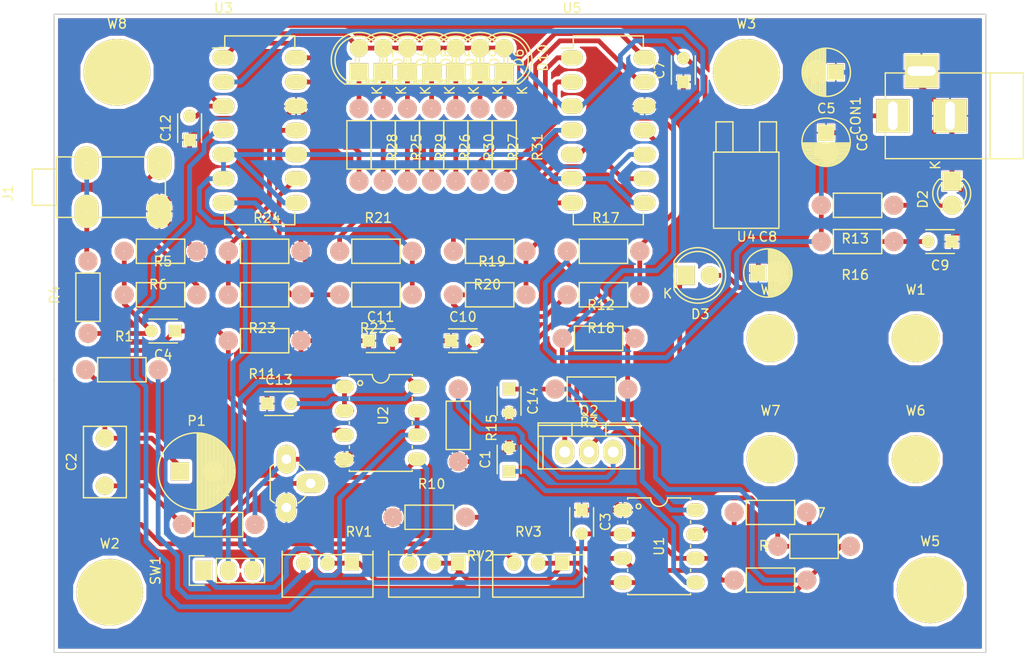
<source format=kicad_pcb>
(kicad_pcb (version 4) (host pcbnew 4.0.4+e1-6308~48~ubuntu14.04.1-stable)
  (layers (0 F.Cu signal) (31 B.Cu signal) (34 B.Paste user) (35 F.Paste user) (36 B.SilkS user) (37 F.SilkS user) (38 B.Mask user) (39 F.Mask user) (44 Edge.Cuts user))
  (net 0 "")
  (net 1 "Net-(C1-Pad1)")
  (net 2 GND)
  (net 3 "Net-(C2-Pad1)")
  (net 4 "Net-(C2-Pad2)")
  (net 5 "Net-(C3-Pad2)")
  (net 6 "Net-(C4-Pad1)")
  (net 7 "Net-(C4-Pad2)")
  (net 8 "Net-(C5-Pad2)")
  (net 9 +5V)
  (net 10 "Net-(C8-Pad2)")
  (net 11 "Net-(D2-Pad2)")
  (net 12 "Net-(D3-Pad1)")
  (net 13 "Net-(D4-Pad1)")
  (net 14 "Net-(D5-Pad1)")
  (net 15 "Net-(D6-Pad1)")
  (net 16 "Net-(D7-Pad1)")
  (net 17 "Net-(D8-Pad1)")
  (net 18 "Net-(D9-Pad1)")
  (net 19 "Net-(D10-Pad1)")
  (net 20 "Net-(Q2-Pad1)")
  (net 21 "Net-(R1-Pad2)")
  (net 22 "Net-(J1-Pad1)")
  (net 23 "Net-(R7-Pad1)")
  (net 24 "Net-(R10-Pad2)")
  (net 25 "Net-(R17-Pad2)")
  (net 26 "Net-(R18-Pad2)")
  (net 27 "Net-(R19-Pad2)")
  (net 28 "Net-(R20-Pad2)")
  (net 29 "Net-(R21-Pad2)")
  (net 30 "Net-(R22-Pad2)")
  (net 31 "Net-(R23-Pad2)")
  (net 32 "Net-(R25-Pad2)")
  (net 33 "Net-(R26-Pad2)")
  (net 34 "Net-(R27-Pad2)")
  (net 35 "Net-(R28-Pad2)")
  (net 36 "Net-(R29-Pad2)")
  (net 37 "Net-(R30-Pad2)")
  (net 38 "Net-(R31-Pad2)")
  (net 39 "Net-(SW1-Pad1)")
  (net 40 "Net-(SW1-Pad3)")
  (net 41 "Net-(SW1-Pad2)")
  (net 42 "Net-(J1-Pad2)")
  (net 43 VCC)
  (net 44 "Net-(Q1-Pad1)")
  (net 45 "Net-(Q2-Pad3)")
  (module Capacitors_ThroughHole:C_Disc_D7.5_P5 (layer F.Cu) (at 36.83 73.914 90)
    (fp_text reference C2 (at 2.5 -3.5 90) (layer F.SilkS))
    (fp_text value C)
    (pad 1 thru_hole circle (at 0 0 90) (size 1.9 1.9) (drill 0.1) (layers *.Cu *.Mask F.SilkS) (net 3 "Net-(C2-Pad1)"))
    (pad 2 thru_hole circle (at 5 0 90) (size 1.9 1.9) (drill 0.1) (layers *.Cu *.Mask F.SilkS) (net 4 "Net-(C2-Pad2)"))
  )
  (module Capacitors_ThroughHole:C_Radial_D5_L11_P2 (layer F.Cu) (at 113.538 30.48 180)
    (fp_text reference C5 (at 1 -3.8 180) (layer F.SilkS))
    (fp_text value 4,7u)
    (pad 1 thru_hole rect (at 0 0 180) (size 1.7 1.7) (drill 0.1) (layers *.Cu *.Mask F.SilkS) (net 2 GND))
    (pad 2 thru_hole circle (at 2 0 180) (size 1.9 1.9) (drill 0.1) (layers *.Cu *.Mask F.SilkS) (net 8 "Net-(C5-Pad2)"))
  )
  (module Capacitors_ThroughHole:C_Radial_D5_L11_P2 (layer F.Cu) (at 112.522 36.83 270)
    (fp_text reference C6 (at 1 -3.8 270) (layer F.SilkS))
    (fp_text value 47u)
    (pad 1 thru_hole rect (at 0 0 270) (size 1.7 1.7) (drill 0.1) (layers *.Cu *.Mask F.SilkS) (net 2 GND))
    (pad 2 thru_hole circle (at 2 0 270) (size 1.9 1.9) (drill 0.1) (layers *.Cu *.Mask F.SilkS) (net 9 +5V))
  )
  (module Capacitors_ThroughHole:C_Radial_D5_L11_P2 (layer F.Cu) (at 105.41 51.562)
    (fp_text reference C8 (at 1 -3.8) (layer F.SilkS))
    (fp_text value 4,7u)
    (pad 1 thru_hole rect (at 0 0) (size 1.7 1.7) (drill 0.1) (layers *.Cu *.Mask F.SilkS) (net 2 GND))
    (pad 2 thru_hole circle (at 2 0) (size 1.9 1.9) (drill 0.1) (layers *.Cu *.Mask F.SilkS) (net 10 "Net-(C8-Pad2)"))
  )
  (module Capacitors_ThroughHole:C_Disc_D3_P2.5 (layer F.Cu) (at 125.73 48.26 180)
    (fp_text reference C9 (at 1.25 -2.5 180) (layer F.SilkS))
    (fp_text value 100n)
    (pad 1 thru_hole rect (at 0 0 180) (size 1.3 1.3) (drill 0.1) (layers *.Cu *.Mask F.SilkS) (net 2 GND))
    (pad 2 thru_hole circle (at 2.5 0 180) (size 1.3 1.3) (drill 0.1) (layers *.Cu *.Mask F.SilkS) (net 10 "Net-(C8-Pad2)"))
  )
  (module Capacitors_ThroughHole:C_Disc_D3_P2.5 (layer F.Cu) (at 73.152 58.674)
    (fp_text reference C10 (at 1.25 -2.5) (layer F.SilkS))
    (fp_text value 220n)
    (pad 1 thru_hole rect (at 0 0) (size 1.3 1.3) (drill 0.1) (layers *.Cu *.Mask F.SilkS) (net 2 GND))
    (pad 2 thru_hole circle (at 2.5 0) (size 1.3 1.3) (drill 0.1) (layers *.Cu *.Mask F.SilkS) (net 9 +5V))
  )
  (module Capacitors_ThroughHole:C_Disc_D3_P2.5 (layer F.Cu) (at 64.516 58.674)
    (fp_text reference C11 (at 1.25 -2.5) (layer F.SilkS))
    (fp_text value C)
    (pad 1 thru_hole rect (at 0 0) (size 1.3 1.3) (drill 0.1) (layers *.Cu *.Mask F.SilkS) (net 2 GND))
    (pad 2 thru_hole circle (at 2.5 0) (size 1.3 1.3) (drill 0.1) (layers *.Cu *.Mask F.SilkS) (net 9 +5V))
  )
  (module Capacitors_ThroughHole:C_Disc_D3_P2.5 (layer F.Cu) (at 45.72 37.592 90)
    (fp_text reference C12 (at 1.25 -2.5 90) (layer F.SilkS))
    (fp_text value C)
    (pad 1 thru_hole rect (at 0 0 90) (size 1.3 1.3) (drill 0.1) (layers *.Cu *.Mask F.SilkS) (net 2 GND))
    (pad 2 thru_hole circle (at 2.5 0 90) (size 1.3 1.3) (drill 0.1) (layers *.Cu *.Mask F.SilkS) (net 9 +5V))
  )
  (module Capacitors_ThroughHole:C_Disc_D3_P2.5 (layer F.Cu) (at 53.848 65.278)
    (fp_text reference C13 (at 1.25 -2.5) (layer F.SilkS))
    (fp_text value 10n)
    (pad 1 thru_hole rect (at 0 0) (size 1.3 1.3) (drill 0.1) (layers *.Cu *.Mask F.SilkS) (net 2 GND))
    (pad 2 thru_hole circle (at 2.5 0) (size 1.3 1.3) (drill 0.1) (layers *.Cu *.Mask F.SilkS) (net 9 +5V))
  )
  (module Capacitors_ThroughHole:C_Disc_D3_P2.5 (layer F.Cu) (at 79.248 63.754 270)
    (fp_text reference C14 (at 1.25 -2.5 270) (layer F.SilkS))
    (fp_text value 10n)
    (pad 1 thru_hole rect (at 0 0 270) (size 1.3 1.3) (drill 0.1) (layers *.Cu *.Mask F.SilkS) (net 43 VCC))
    (pad 2 thru_hole circle (at 2.5 0 270) (size 1.3 1.3) (drill 0.1) (layers *.Cu *.Mask F.SilkS) (net 2 GND))
  )
  (module Connect:BARREL_JACK (layer F.Cu) (at 125.73 35.052 180)
    (fp_text reference CON1 (at 10.09904 0 270) (layer F.SilkS))
    (fp_text value BARREL_JACK)
    (pad 1 thru_hole rect (at 6.20014 0 180) (size 3.50012 3.50012) (drill oval 1.00076 2.99974) (layers *.Cu *.Mask F.SilkS) (net 8 "Net-(C5-Pad2)"))
    (pad 2 thru_hole rect (at 0.20066 0 180) (size 3.50012 3.50012) (drill oval 1.00076 2.99974) (layers *.Cu *.Mask F.SilkS) (net 2 GND))
    (pad 3 thru_hole rect (at 3.2004 4.699 180) (size 3.50012 3.50012) (drill oval 2.99974 1.00076) (layers *.Cu *.Mask F.SilkS) (net 2 GND))
  )
  (module labka_footprints:jack_3.5mm_3pins (layer F.Cu) (at 43.18 45.72 90)
    (fp_text reference J1 (at 2.54 -16.51 90) (layer F.SilkS))
    (fp_text value JACK_3PINS)
    (pad 2 thru_hole oval (at 5.715 -0.635 90) (size 3.5 2.5) (drill 0.1) (layers *.Cu *.Mask F.SilkS) (net 42 "Net-(J1-Pad2)"))
    (pad 3 thru_hole oval (at 0.635 -0.635 90) (size 3.5 2.5) (drill 0.1) (layers *.Cu *.Mask F.SilkS) (net 2 GND))
    (pad 1 thru_hole oval (at 0.635 -8.255 90) (size 3.5 2.5) (drill 0.1) (layers *.Cu *.Mask F.SilkS) (net 22 "Net-(J1-Pad1)"))
    (pad 1 thru_hole oval (at 5.715 -8.255 90) (size 3.5 2.5) (drill 0.1) (layers *.Cu *.Mask F.SilkS) (net 22 "Net-(J1-Pad1)"))
  )
  (module Pin_Headers:Pin_Header_Straight_1x03 (layer F.Cu) (at 47.244 82.804 90)
    (fp_text reference SW1 (at 0 -5.1 90) (layer F.SilkS))
    (fp_text value SWITCH_INV)
    (pad 1 thru_hole rect (at 0 0 90) (size 2.032 1.7272) (drill 0.1) (layers *.Cu *.Mask F.SilkS) (net 39 "Net-(SW1-Pad1)"))
    (pad 2 thru_hole oval (at 0 2.54 90) (size 2.032 1.7272) (drill 0.1) (layers *.Cu *.Mask F.SilkS) (net 41 "Net-(SW1-Pad2)"))
    (pad 3 thru_hole oval (at 0 5.08 90) (size 2.032 1.7272) (drill 0.1) (layers *.Cu *.Mask F.SilkS) (net 40 "Net-(SW1-Pad3)"))
  )
  (module Power_Integrations:PDIP-8 (layer F.Cu) (at 94.996 80.264 270)
    (fp_text reference U1 (at 0 0 270) (layer F.SilkS))
    (fp_text value LM555N)
    (pad 1 thru_hole oval (at -3.81 3.81 270) (size 1.4 1.905) (drill 0.1) (layers *.Cu *.Mask F.SilkS) (net 2 GND))
    (pad 2 thru_hole oval (at -1.27 3.81 270) (size 1.4 1.905) (drill 0.1) (layers *.Cu *.Mask F.SilkS) (net 5 "Net-(C3-Pad2)"))
    (pad 3 thru_hole oval (at 1.27 3.81 270) (size 1.4 1.905) (drill 0.1) (layers *.Cu *.Mask F.SilkS) (net 24 "Net-(R10-Pad2)"))
    (pad 4 thru_hole oval (at 3.81 3.81 270) (size 1.4 1.905) (drill 0.1) (layers *.Cu *.Mask F.SilkS) (net 9 +5V))
    (pad 5 thru_hole oval (at 3.81 -3.81 270) (size 1.4 1.905) (drill 0.1) (layers *.Cu *.Mask F.SilkS) (net 1 "Net-(C1-Pad1)"))
    (pad 6 thru_hole oval (at 1.27 -3.81 270) (size 1.4 1.905) (drill 0.1) (layers *.Cu *.Mask F.SilkS) (net 5 "Net-(C3-Pad2)"))
    (pad 7 thru_hole oval (at -1.27 -3.81 270) (size 1.4 1.905) (drill 0.1) (layers *.Cu *.Mask F.SilkS) (net 23 "Net-(R7-Pad1)"))
    (pad 8 thru_hole oval (at -3.81 -3.81 270) (size 1.4 1.905) (drill 0.1) (layers *.Cu *.Mask F.SilkS) (net 43 VCC))
  )
  (module Power_Integrations:PDIP-8 (layer F.Cu) (at 65.786 67.31 270)
    (fp_text reference U2 (at -0.762 -0.254 270) (layer F.SilkS))
    (fp_text value LM358)
    (pad 1 thru_hole oval (at -3.81 3.81 270) (size 1.4 1.905) (drill 0.1) (layers *.Cu *.Mask F.SilkS) (net 40 "Net-(SW1-Pad3)"))
    (pad 2 thru_hole oval (at -1.27 3.81 270) (size 1.4 1.905) (drill 0.1) (layers *.Cu *.Mask F.SilkS) (net 40 "Net-(SW1-Pad3)"))
    (pad 3 thru_hole oval (at 1.27 3.81 270) (size 1.4 1.905) (drill 0.1) (layers *.Cu *.Mask F.SilkS) (net 6 "Net-(C4-Pad1)"))
    (pad 4 thru_hole oval (at 3.81 3.81 270) (size 1.4 1.905) (drill 0.1) (layers *.Cu *.Mask F.SilkS) (net 2 GND))
    (pad 5 thru_hole oval (at 3.81 -3.81 270) (size 1.4 1.905) (drill 0.1) (layers *.Cu *.Mask F.SilkS) (net 44 "Net-(Q1-Pad1)"))
    (pad 6 thru_hole oval (at 1.27 -3.81 270) (size 1.4 1.905) (drill 0.1) (layers *.Cu *.Mask F.SilkS) (net 39 "Net-(SW1-Pad1)"))
    (pad 7 thru_hole oval (at -1.27 -3.81 270) (size 1.4 1.905) (drill 0.1) (layers *.Cu *.Mask F.SilkS) (net 39 "Net-(SW1-Pad1)"))
    (pad 8 thru_hole oval (at -3.81 -3.81 270) (size 1.4 1.905) (drill 0.1) (layers *.Cu *.Mask F.SilkS) (net 9 +5V))
  )
  (module TO_SOT_Packages_SMD:TO-252-2Lead (layer F.Cu) (at 104.14 37.338 180)
    (fp_text reference U4 (at 0 -10.414 180) (layer F.SilkS))
    (fp_text value 7805)
    (pad 1 smd rect (at -2.286 0 180) (size 1.651 3.048) (layers F.Cu F.Paste F.Mask) (net 8 "Net-(C5-Pad2)"))
    (pad 2 smd rect (at 0 -6.35 180) (size 6.096 6.096) (layers F.Cu F.Paste F.Mask) (net 2 GND))
    (pad 3 smd rect (at 2.286 0 180) (size 1.651 3.048) (layers F.Cu F.Paste F.Mask) (net 9 +5V))
  )
  (module Housings_DIP:DIP-14_W7.62mm_LongPads (layer F.Cu) (at 85.852 28.956)
    (fp_text reference U5 (at 0 -5.22) (layer F.SilkS))
    (fp_text value LM339)
    (pad 1 thru_hole oval (at 0 0) (size 2.3 1.6) (drill 0.1) (layers *.Cu *.Mask F.SilkS) (net 34 "Net-(R27-Pad2)"))
    (pad 2 thru_hole oval (at 0 2.54) (size 2.3 1.6) (drill 0.1) (layers *.Cu *.Mask F.SilkS) (net 38 "Net-(R31-Pad2)"))
    (pad 3 thru_hole oval (at 0 5.08) (size 2.3 1.6) (drill 0.1) (layers *.Cu *.Mask F.SilkS) (net 9 +5V))
    (pad 4 thru_hole oval (at 0 7.62) (size 2.3 1.6) (drill 0.1) (layers *.Cu *.Mask F.SilkS) (net 41 "Net-(SW1-Pad2)"))
    (pad 5 thru_hole oval (at 0 10.16) (size 2.3 1.6) (drill 0.1) (layers *.Cu *.Mask F.SilkS) (net 25 "Net-(R17-Pad2)"))
    (pad 6 thru_hole oval (at 0 12.7) (size 2.3 1.6) (drill 0.1) (layers *.Cu *.Mask F.SilkS) (net 41 "Net-(SW1-Pad2)"))
    (pad 7 thru_hole oval (at 0 15.24) (size 2.3 1.6) (drill 0.1) (layers *.Cu *.Mask F.SilkS) (net 26 "Net-(R18-Pad2)"))
    (pad 8 thru_hole oval (at 7.62 15.24) (size 2.3 1.6) (drill 0.1) (layers *.Cu *.Mask F.SilkS) (net 41 "Net-(SW1-Pad2)"))
    (pad 9 thru_hole oval (at 7.62 12.7) (size 2.3 1.6) (drill 0.1) (layers *.Cu *.Mask F.SilkS) (net 28 "Net-(R20-Pad2)"))
    (pad 10 thru_hole oval (at 7.62 10.16) (size 2.3 1.6) (drill 0.1) (layers *.Cu *.Mask F.SilkS) (net 41 "Net-(SW1-Pad2)"))
    (pad 11 thru_hole oval (at 7.62 7.62) (size 2.3 1.6) (drill 0.1) (layers *.Cu *.Mask F.SilkS) (net 27 "Net-(R19-Pad2)"))
    (pad 12 thru_hole oval (at 7.62 5.08) (size 2.3 1.6) (drill 0.1) (layers *.Cu *.Mask F.SilkS) (net 2 GND))
    (pad 13 thru_hole oval (at 7.62 2.54) (size 2.3 1.6) (drill 0.1) (layers *.Cu *.Mask F.SilkS) (net 37 "Net-(R30-Pad2)"))
    (pad 14 thru_hole oval (at 7.62 0) (size 2.3 1.6) (drill 0.1) (layers *.Cu *.Mask F.SilkS) (net 33 "Net-(R26-Pad2)"))
  )
  (module Pin_Headers:Pin_Header_Straight_1x01 (layer F.Cu) (at 121.92 58.42)
    (fp_text reference W1 (at 0 -5.1) (layer F.SilkS))
    (fp_text value TEST_1P)
    (pad 1 thru_hole circle (at 0 0) (size 5 5) (drill 0.1) (layers *.Cu *.Mask F.SilkS))
  )
  (module Pin_Headers:Pin_Header_Straight_1x01 (layer F.Cu) (at 37.338 85.09)
    (fp_text reference W2 (at 0 -5.1) (layer F.SilkS))
    (fp_text value TEST_1P)
    (pad 1 thru_hole circle (at 0 0) (size 7 7) (drill 0.1) (layers *.Cu *.Mask F.SilkS))
  )
  (module Pin_Headers:Pin_Header_Straight_1x01 (layer F.Cu) (at 104.14 30.48)
    (fp_text reference W3 (at 0 -5.1) (layer F.SilkS))
    (fp_text value TEST_1P)
    (pad 1 thru_hole circle (at 0 0) (size 7 7) (drill 0.1) (layers *.Cu *.Mask F.SilkS))
  )
  (module Pin_Headers:Pin_Header_Straight_1x01 (layer F.Cu) (at 123.444 84.836)
    (fp_text reference W5 (at 0 -5.1) (layer F.SilkS))
    (fp_text value TEST_1P)
    (pad 1 thru_hole circle (at 0 0) (size 7 7) (drill 0.1) (layers *.Cu *.Mask F.SilkS))
  )
  (module Pin_Headers:Pin_Header_Straight_1x01 (layer F.Cu) (at 121.92 71.12)
    (fp_text reference W6 (at 0 -5.1) (layer F.SilkS))
    (fp_text value TEST_1P)
    (pad 1 thru_hole circle (at 0 0) (size 5 5) (drill 0.1) (layers *.Cu *.Mask F.SilkS))
  )
  (module Pin_Headers:Pin_Header_Straight_1x01 (layer F.Cu) (at 106.68 71.12)
    (fp_text reference W7 (at 0 -5.1) (layer F.SilkS))
    (fp_text value TEST_1P)
    (pad 1 thru_hole circle (at 0 0) (size 5 5) (drill 0.1) (layers *.Cu *.Mask F.SilkS))
  )
  (module Pin_Headers:Pin_Header_Straight_1x01 (layer F.Cu) (at 38.1 30.48)
    (fp_text reference W8 (at 0 -5.1) (layer F.SilkS))
    (fp_text value TEST_1P)
    (pad 1 thru_hole circle (at 0 0) (size 7 7) (drill 0.1) (layers *.Cu *.Mask F.SilkS))
  )
  (module Potentiometers:Potentiometer_Trimmer-Suntan-TSR-3386C (layer F.Cu) (at 62.738 82.042 180)
    (fp_text reference RV1 (at -0.762 3.302 180) (layer F.SilkS))
    (fp_text value 100k)
    (pad 3 thru_hole circle (at 5.08 0 180) (size 1.51 1.51) (drill 0.1) (layers *.Cu *.Mask F.SilkS) (net 21 "Net-(R1-Pad2)"))
    (pad 1 thru_hole rect (at 0 0 180) (size 1.51 1.51) (drill 0.1) (layers *.Cu *.Mask F.SilkS) (net 9 +5V))
    (pad 2 thru_hole circle (at 2.54 0 180) (size 1.51 1.51) (drill 0.1) (layers *.Cu *.Mask F.SilkS) (net 9 +5V))
  )
  (module Potentiometers:Potentiometer_Trimmer-Suntan-TSR-3386C (layer F.Cu) (at 73.914 82.042 180)
    (fp_text reference RV2 (at -2.286 0.762 180) (layer F.SilkS))
    (fp_text value 100k)
    (pad 3 thru_hole circle (at 5.08 0 180) (size 1.51 1.51) (drill 0.1) (layers *.Cu *.Mask F.SilkS) (net 44 "Net-(Q1-Pad1)"))
    (pad 1 thru_hole rect (at 0 0 180) (size 1.51 1.51) (drill 0.1) (layers *.Cu *.Mask F.SilkS) (net 9 +5V))
    (pad 2 thru_hole circle (at 2.54 0 180) (size 1.51 1.51) (drill 0.1) (layers *.Cu *.Mask F.SilkS) (net 9 +5V))
  )
  (module Potentiometers:Potentiometer_Trimmer-Suntan-TSR-3386C (layer F.Cu) (at 84.836 82.042 180)
    (fp_text reference RV3 (at 3.556 3.302 180) (layer F.SilkS))
    (fp_text value 100k)
    (pad 3 thru_hole circle (at 5.08 0 180) (size 1.51 1.51) (drill 0.1) (layers *.Cu *.Mask F.SilkS) (net 6 "Net-(C4-Pad1)"))
    (pad 1 thru_hole rect (at 0 0 180) (size 1.51 1.51) (drill 0.1) (layers *.Cu *.Mask F.SilkS) (net 9 +5V))
    (pad 2 thru_hole circle (at 2.54 0 180) (size 1.51 1.51) (drill 0.1) (layers *.Cu *.Mask F.SilkS) (net 9 +5V))
  )
  (module Housings_DIP:DIP-14_W7.62mm_LongPads (layer F.Cu) (at 49.276 28.956)
    (fp_text reference U3 (at 0 -5.22) (layer F.SilkS))
    (fp_text value LM339)
    (pad 1 thru_hole oval (at 0 0) (size 2.3 1.6) (drill 0.1) (layers *.Cu *.Mask F.SilkS) (net 36 "Net-(R29-Pad2)"))
    (pad 2 thru_hole oval (at 0 2.54) (size 2.3 1.6) (drill 0.1) (layers *.Cu *.Mask F.SilkS) (net 20 "Net-(Q2-Pad1)"))
    (pad 3 thru_hole oval (at 0 5.08) (size 2.3 1.6) (drill 0.1) (layers *.Cu *.Mask F.SilkS) (net 9 +5V))
    (pad 4 thru_hole oval (at 0 7.62) (size 2.3 1.6) (drill 0.1) (layers *.Cu *.Mask F.SilkS) (net 5 "Net-(C3-Pad2)"))
    (pad 5 thru_hole oval (at 0 10.16) (size 2.3 1.6) (drill 0.1) (layers *.Cu *.Mask F.SilkS) (net 41 "Net-(SW1-Pad2)"))
    (pad 6 thru_hole oval (at 0 12.7) (size 2.3 1.6) (drill 0.1) (layers *.Cu *.Mask F.SilkS) (net 41 "Net-(SW1-Pad2)"))
    (pad 7 thru_hole oval (at 0 15.24) (size 2.3 1.6) (drill 0.1) (layers *.Cu *.Mask F.SilkS) (net 29 "Net-(R21-Pad2)"))
    (pad 8 thru_hole oval (at 7.62 15.24) (size 2.3 1.6) (drill 0.1) (layers *.Cu *.Mask F.SilkS) (net 41 "Net-(SW1-Pad2)"))
    (pad 9 thru_hole oval (at 7.62 12.7) (size 2.3 1.6) (drill 0.1) (layers *.Cu *.Mask F.SilkS) (net 30 "Net-(R22-Pad2)"))
    (pad 10 thru_hole oval (at 7.62 10.16) (size 2.3 1.6) (drill 0.1) (layers *.Cu *.Mask F.SilkS) (net 41 "Net-(SW1-Pad2)"))
    (pad 11 thru_hole oval (at 7.62 7.62) (size 2.3 1.6) (drill 0.1) (layers *.Cu *.Mask F.SilkS) (net 31 "Net-(R23-Pad2)"))
    (pad 12 thru_hole oval (at 7.62 5.08) (size 2.3 1.6) (drill 0.1) (layers *.Cu *.Mask F.SilkS) (net 2 GND))
    (pad 13 thru_hole oval (at 7.62 2.54) (size 2.3 1.6) (drill 0.1) (layers *.Cu *.Mask F.SilkS) (net 35 "Net-(R28-Pad2)"))
    (pad 14 thru_hole oval (at 7.62 0) (size 2.3 1.6) (drill 0.1) (layers *.Cu *.Mask F.SilkS) (net 32 "Net-(R25-Pad2)"))
  )
  (module LEDs:LED-5MM (layer F.Cu) (at 97.79 51.816)
    (fp_text reference D3 (at 1.524 4.064) (layer F.SilkS))
    (fp_text value LED)
    (fp_text user K (at -1.905 1.905) (layer F.SilkS))
    (pad 1 thru_hole rect (at 0 0 90) (size 2 1.9) (drill 0.1) (layers *.Cu *.Mask F.SilkS) (net 12 "Net-(D3-Pad1)"))
    (pad 2 thru_hole circle (at 2.54 0) (size 1.9 1.9) (drill 0.1) (layers *.Cu *.Mask F.SilkS) (net 10 "Net-(C8-Pad2)"))
  )
  (module LEDs:LED-5MM (layer F.Cu) (at 66.04 30.48 90)
    (fp_text reference D4 (at 1.524 4.064 90) (layer F.SilkS))
    (fp_text value LED)
    (fp_text user K (at -1.905 1.905 90) (layer F.SilkS))
    (pad 1 thru_hole rect (at 0 0 180) (size 2 1.9) (drill 0.1) (layers *.Cu *.Mask F.SilkS) (net 13 "Net-(D4-Pad1)"))
    (pad 2 thru_hole circle (at 2.54 0 90) (size 1.9 1.9) (drill 0.1) (layers *.Cu *.Mask F.SilkS) (net 9 +5V))
  )
  (module LEDs:LED-5MM (layer F.Cu) (at 71.12 30.48 90)
    (fp_text reference D5 (at 1.524 4.064 90) (layer F.SilkS))
    (fp_text value LED)
    (fp_text user K (at -1.905 1.905 90) (layer F.SilkS))
    (pad 1 thru_hole rect (at 0 0 180) (size 2 1.9) (drill 0.1) (layers *.Cu *.Mask F.SilkS) (net 14 "Net-(D5-Pad1)"))
    (pad 2 thru_hole circle (at 2.54 0 90) (size 1.9 1.9) (drill 0.1) (layers *.Cu *.Mask F.SilkS) (net 9 +5V))
  )
  (module LEDs:LED-5MM (layer F.Cu) (at 76.2 30.48 90)
    (fp_text reference D6 (at 1.524 4.064 90) (layer F.SilkS))
    (fp_text value LED)
    (fp_text user K (at -1.905 1.905 90) (layer F.SilkS))
    (pad 1 thru_hole rect (at 0 0 180) (size 2 1.9) (drill 0.1) (layers *.Cu *.Mask F.SilkS) (net 15 "Net-(D6-Pad1)"))
    (pad 2 thru_hole circle (at 2.54 0 90) (size 1.9 1.9) (drill 0.1) (layers *.Cu *.Mask F.SilkS) (net 9 +5V))
  )
  (module LEDs:LED-5MM (layer F.Cu) (at 63.5 30.48 90)
    (fp_text reference D7 (at 1.524 4.064 90) (layer F.SilkS))
    (fp_text value LED)
    (fp_text user K (at -1.905 1.905 90) (layer F.SilkS))
    (pad 1 thru_hole rect (at 0 0 180) (size 2 1.9) (drill 0.1) (layers *.Cu *.Mask F.SilkS) (net 16 "Net-(D7-Pad1)"))
    (pad 2 thru_hole circle (at 2.54 0 90) (size 1.9 1.9) (drill 0.1) (layers *.Cu *.Mask F.SilkS) (net 9 +5V))
  )
  (module LEDs:LED-5MM (layer F.Cu) (at 68.58 30.48 90)
    (fp_text reference D8 (at 1.524 4.064 90) (layer F.SilkS))
    (fp_text value LED)
    (fp_text user K (at -1.905 1.905 90) (layer F.SilkS))
    (pad 1 thru_hole rect (at 0 0 180) (size 2 1.9) (drill 0.1) (layers *.Cu *.Mask F.SilkS) (net 17 "Net-(D8-Pad1)"))
    (pad 2 thru_hole circle (at 2.54 0 90) (size 1.9 1.9) (drill 0.1) (layers *.Cu *.Mask F.SilkS) (net 9 +5V))
  )
  (module LEDs:LED-5MM (layer F.Cu) (at 73.66 30.48 90)
    (fp_text reference D9 (at 1.524 4.064 90) (layer F.SilkS))
    (fp_text value LED)
    (fp_text user K (at -1.905 1.905 90) (layer F.SilkS))
    (pad 1 thru_hole rect (at 0 0 180) (size 2 1.9) (drill 0.1) (layers *.Cu *.Mask F.SilkS) (net 18 "Net-(D9-Pad1)"))
    (pad 2 thru_hole circle (at 2.54 0 90) (size 1.9 1.9) (drill 0.1) (layers *.Cu *.Mask F.SilkS) (net 9 +5V))
  )
  (module LEDs:LED-5MM (layer F.Cu) (at 78.74 30.48 90)
    (fp_text reference D10 (at 1.524 4.064 90) (layer F.SilkS))
    (fp_text value LED)
    (fp_text user K (at -1.905 1.905 90) (layer F.SilkS))
    (pad 1 thru_hole rect (at 0 0 180) (size 2 1.9) (drill 0.1) (layers *.Cu *.Mask F.SilkS) (net 19 "Net-(D10-Pad1)"))
    (pad 2 thru_hole circle (at 2.54 0 90) (size 1.9 1.9) (drill 0.1) (layers *.Cu *.Mask F.SilkS) (net 9 +5V))
  )
  (module Resistors_ThroughHole:Resistor_Horizontal_RM7mm (layer F.Cu) (at 34.798 61.722)
    (fp_text reference R1 (at 4.05892 -3.50012) (layer F.SilkS))
    (fp_text value 2k2)
    (pad 1 thru_hole circle (at 0 0) (size 1.99898 1.99898) (drill 0.1) (layers *.Cu *.SilkS *.Mask) (net 4 "Net-(C2-Pad2)"))
    (pad 2 thru_hole circle (at 7.62 0) (size 1.99898 1.99898) (drill 0.1) (layers *.Cu *.SilkS *.Mask) (net 21 "Net-(R1-Pad2)"))
  )
  (module Resistors_ThroughHole:Resistor_Horizontal_RM7mm (layer F.Cu) (at 44.958 77.978)
    (fp_text reference R2 (at 4.05892 -3.50012) (layer F.SilkS))
    (fp_text value 2M2)
    (pad 1 thru_hole circle (at 0 0) (size 1.99898 1.99898) (drill 0.1) (layers *.Cu *.SilkS *.Mask) (net 3 "Net-(C2-Pad1)"))
    (pad 2 thru_hole circle (at 7.62 0) (size 1.99898 1.99898) (drill 0.1) (layers *.Cu *.SilkS *.Mask) (net 44 "Net-(Q1-Pad1)"))
  )
  (module Resistors_ThroughHole:Resistor_Horizontal_RM7mm (layer F.Cu) (at 91.694 63.754 180)
    (fp_text reference R3 (at 4.05892 -3.50012 180) (layer F.SilkS))
    (fp_text value 100R)
    (pad 1 thru_hole circle (at 0 0 180) (size 1.99898 1.99898) (drill 0.1) (layers *.Cu *.SilkS *.Mask) (net 9 +5V))
    (pad 2 thru_hole circle (at 7.62 0 180) (size 1.99898 1.99898) (drill 0.1) (layers *.Cu *.SilkS *.Mask) (net 43 VCC))
  )
  (module Resistors_ThroughHole:Resistor_Horizontal_RM7mm (layer F.Cu) (at 35.052 57.912 90)
    (fp_text reference R4 (at 4.05892 -3.50012 90) (layer F.SilkS))
    (fp_text value R)
    (pad 1 thru_hole circle (at 0 0 90) (size 1.99898 1.99898) (drill 0.1) (layers *.Cu *.SilkS *.Mask) (net 7 "Net-(C4-Pad2)"))
    (pad 2 thru_hole circle (at 7.62 0 90) (size 1.99898 1.99898) (drill 0.1) (layers *.Cu *.SilkS *.Mask) (net 22 "Net-(J1-Pad1)"))
  )
  (module Resistors_ThroughHole:Resistor_Horizontal_RM7mm (layer F.Cu) (at 38.862 53.848)
    (fp_text reference R5 (at 4.05892 -3.50012) (layer F.SilkS))
    (fp_text value R)
    (pad 1 thru_hole circle (at 0 0) (size 1.99898 1.99898) (drill 0.1) (layers *.Cu *.SilkS *.Mask) (net 7 "Net-(C4-Pad2)"))
    (pad 2 thru_hole circle (at 7.62 0) (size 1.99898 1.99898) (drill 0.1) (layers *.Cu *.SilkS *.Mask) (net 42 "Net-(J1-Pad2)"))
  )
  (module Resistors_ThroughHole:Resistor_Horizontal_RM7mm (layer F.Cu) (at 46.482 49.276 180)
    (fp_text reference R6 (at 4.05892 -3.50012 180) (layer F.SilkS))
    (fp_text value 22k)
    (pad 1 thru_hole circle (at 0 0 180) (size 1.99898 1.99898) (drill 0.1) (layers *.Cu *.SilkS *.Mask) (net 2 GND))
    (pad 2 thru_hole circle (at 7.62 0 180) (size 1.99898 1.99898) (drill 0.1) (layers *.Cu *.SilkS *.Mask) (net 7 "Net-(C4-Pad2)"))
  )
  (module Resistors_ThroughHole:Resistor_Horizontal_RM7mm (layer F.Cu) (at 107.442 80.264)
    (fp_text reference R7 (at 4.05892 -3.50012) (layer F.SilkS))
    (fp_text value 2k2)
    (pad 1 thru_hole circle (at 0 0) (size 1.99898 1.99898) (drill 0.1) (layers *.Cu *.SilkS *.Mask) (net 23 "Net-(R7-Pad1)"))
    (pad 2 thru_hole circle (at 7.62 0) (size 1.99898 1.99898) (drill 0.1) (layers *.Cu *.SilkS *.Mask) (net 9 +5V))
  )
  (module Resistors_ThroughHole:Resistor_Horizontal_RM7mm (layer F.Cu) (at 110.49 76.708 180)
    (fp_text reference R8 (at 4.05892 -3.50012 180) (layer F.SilkS))
    (fp_text value 4k7)
    (pad 1 thru_hole circle (at 0 0 180) (size 1.99898 1.99898) (drill 0.1) (layers *.Cu *.SilkS *.Mask) (net 23 "Net-(R7-Pad1)"))
    (pad 2 thru_hole circle (at 7.62 0 180) (size 1.99898 1.99898) (drill 0.1) (layers *.Cu *.SilkS *.Mask) (net 5 "Net-(C3-Pad2)"))
  )
  (module Resistors_ThroughHole:Resistor_Horizontal_RM7mm (layer F.Cu) (at 102.87 83.82)
    (fp_text reference R9 (at 4.05892 -3.50012) (layer F.SilkS))
    (fp_text value 10k)
    (pad 1 thru_hole circle (at 0 0) (size 1.99898 1.99898) (drill 0.1) (layers *.Cu *.SilkS *.Mask) (net 24 "Net-(R10-Pad2)"))
    (pad 2 thru_hole circle (at 7.62 0) (size 1.99898 1.99898) (drill 0.1) (layers *.Cu *.SilkS *.Mask) (net 9 +5V))
  )
  (module Resistors_ThroughHole:Resistor_Horizontal_RM7mm (layer F.Cu) (at 67.056 77.216)
    (fp_text reference R10 (at 4.05892 -3.50012) (layer F.SilkS))
    (fp_text value 10k)
    (pad 1 thru_hole circle (at 0 0) (size 1.99898 1.99898) (drill 0.1) (layers *.Cu *.SilkS *.Mask) (net 2 GND))
    (pad 2 thru_hole circle (at 7.62 0) (size 1.99898 1.99898) (drill 0.1) (layers *.Cu *.SilkS *.Mask) (net 24 "Net-(R10-Pad2)"))
  )
  (module Resistors_ThroughHole:Resistor_Horizontal_RM7mm (layer F.Cu) (at 57.404 58.674 180)
    (fp_text reference R11 (at 4.05892 -3.50012 180) (layer F.SilkS))
    (fp_text value 22k)
    (pad 1 thru_hole circle (at 0 0 180) (size 1.99898 1.99898) (drill 0.1) (layers *.Cu *.SilkS *.Mask) (net 2 GND))
    (pad 2 thru_hole circle (at 7.62 0 180) (size 1.99898 1.99898) (drill 0.1) (layers *.Cu *.SilkS *.Mask) (net 6 "Net-(C4-Pad1)"))
  )
  (module Resistors_ThroughHole:Resistor_Horizontal_RM7mm (layer F.Cu) (at 84.836 58.42)
    (fp_text reference R12 (at 4.05892 -3.50012) (layer F.SilkS))
    (fp_text value 3k3)
    (pad 1 thru_hole circle (at 0 0) (size 1.99898 1.99898) (drill 0.1) (layers *.Cu *.SilkS *.Mask) (net 20 "Net-(Q2-Pad1)"))
    (pad 2 thru_hole circle (at 7.62 0) (size 1.99898 1.99898) (drill 0.1) (layers *.Cu *.SilkS *.Mask) (net 9 +5V))
  )
  (module Resistors_ThroughHole:Resistor_Horizontal_RM7mm (layer F.Cu) (at 119.634 44.45 180)
    (fp_text reference R13 (at 4.05892 -3.50012 180) (layer F.SilkS))
    (fp_text value 220R)
    (pad 1 thru_hole circle (at 0 0 180) (size 1.99898 1.99898) (drill 0.1) (layers *.Cu *.SilkS *.Mask) (net 11 "Net-(D2-Pad2)"))
    (pad 2 thru_hole circle (at 7.62 0 180) (size 1.99898 1.99898) (drill 0.1) (layers *.Cu *.SilkS *.Mask) (net 9 +5V))
  )
  (module Resistors_ThroughHole:Resistor_Horizontal_RM7mm (layer F.Cu) (at 73.914 63.754 270)
    (fp_text reference R15 (at 4.05892 -3.50012 270) (layer F.SilkS))
    (fp_text value R)
    (pad 1 thru_hole circle (at 0 0 270) (size 1.99898 1.99898) (drill 0.1) (layers *.Cu *.SilkS *.Mask) (net 45 "Net-(Q2-Pad3)"))
    (pad 2 thru_hole circle (at 7.62 0 270) (size 1.99898 1.99898) (drill 0.1) (layers *.Cu *.SilkS *.Mask) (net 2 GND))
  )
  (module Resistors_ThroughHole:Resistor_Horizontal_RM7mm (layer F.Cu) (at 119.634 48.26 180)
    (fp_text reference R16 (at 4.05892 -3.50012 180) (layer F.SilkS))
    (fp_text value 10R)
    (pad 1 thru_hole circle (at 0 0 180) (size 1.99898 1.99898) (drill 0.1) (layers *.Cu *.SilkS *.Mask) (net 10 "Net-(C8-Pad2)"))
    (pad 2 thru_hole circle (at 7.62 0 180) (size 1.99898 1.99898) (drill 0.1) (layers *.Cu *.SilkS *.Mask) (net 9 +5V))
  )
  (module Resistors_ThroughHole:Resistor_Horizontal_RM7mm (layer F.Cu) (at 85.344 49.276)
    (fp_text reference R17 (at 4.05892 -3.50012) (layer F.SilkS))
    (fp_text value R)
    (pad 1 thru_hole circle (at 0 0) (size 1.99898 1.99898) (drill 0.1) (layers *.Cu *.SilkS *.Mask) (net 9 +5V))
    (pad 2 thru_hole circle (at 7.62 0) (size 1.99898 1.99898) (drill 0.1) (layers *.Cu *.SilkS *.Mask) (net 25 "Net-(R17-Pad2)"))
  )
  (module Resistors_ThroughHole:Resistor_Horizontal_RM7mm (layer F.Cu) (at 92.964 53.848 180)
    (fp_text reference R18 (at 4.05892 -3.50012 180) (layer F.SilkS))
    (fp_text value R)
    (pad 1 thru_hole circle (at 0 0 180) (size 1.99898 1.99898) (drill 0.1) (layers *.Cu *.SilkS *.Mask) (net 25 "Net-(R17-Pad2)"))
    (pad 2 thru_hole circle (at 7.62 0 180) (size 1.99898 1.99898) (drill 0.1) (layers *.Cu *.SilkS *.Mask) (net 26 "Net-(R18-Pad2)"))
  )
  (module Resistors_ThroughHole:Resistor_Horizontal_RM7mm (layer F.Cu) (at 73.406 53.848)
    (fp_text reference R19 (at 4.05892 -3.50012) (layer F.SilkS))
    (fp_text value R)
    (pad 1 thru_hole circle (at 0 0) (size 1.99898 1.99898) (drill 0.1) (layers *.Cu *.SilkS *.Mask) (net 26 "Net-(R18-Pad2)"))
    (pad 2 thru_hole circle (at 7.62 0) (size 1.99898 1.99898) (drill 0.1) (layers *.Cu *.SilkS *.Mask) (net 27 "Net-(R19-Pad2)"))
  )
  (module Resistors_ThroughHole:Resistor_Horizontal_RM7mm (layer F.Cu) (at 81.026 49.276 180)
    (fp_text reference R20 (at 4.05892 -3.50012 180) (layer F.SilkS))
    (fp_text value R)
    (pad 1 thru_hole circle (at 0 0 180) (size 1.99898 1.99898) (drill 0.1) (layers *.Cu *.SilkS *.Mask) (net 27 "Net-(R19-Pad2)"))
    (pad 2 thru_hole circle (at 7.62 0 180) (size 1.99898 1.99898) (drill 0.1) (layers *.Cu *.SilkS *.Mask) (net 28 "Net-(R20-Pad2)"))
  )
  (module Resistors_ThroughHole:Resistor_Horizontal_RM7mm (layer F.Cu) (at 61.468 49.276)
    (fp_text reference R21 (at 4.05892 -3.50012) (layer F.SilkS))
    (fp_text value R)
    (pad 1 thru_hole circle (at 0 0) (size 1.99898 1.99898) (drill 0.1) (layers *.Cu *.SilkS *.Mask) (net 28 "Net-(R20-Pad2)"))
    (pad 2 thru_hole circle (at 7.62 0) (size 1.99898 1.99898) (drill 0.1) (layers *.Cu *.SilkS *.Mask) (net 29 "Net-(R21-Pad2)"))
  )
  (module Resistors_ThroughHole:Resistor_Horizontal_RM7mm (layer F.Cu) (at 69.088 53.848 180)
    (fp_text reference R22 (at 4.05892 -3.50012 180) (layer F.SilkS))
    (fp_text value R)
    (pad 1 thru_hole circle (at 0 0 180) (size 1.99898 1.99898) (drill 0.1) (layers *.Cu *.SilkS *.Mask) (net 29 "Net-(R21-Pad2)"))
    (pad 2 thru_hole circle (at 7.62 0 180) (size 1.99898 1.99898) (drill 0.1) (layers *.Cu *.SilkS *.Mask) (net 30 "Net-(R22-Pad2)"))
  )
  (module Resistors_ThroughHole:Resistor_Horizontal_RM7mm (layer F.Cu) (at 57.404 53.848 180)
    (fp_text reference R23 (at 4.05892 -3.50012 180) (layer F.SilkS))
    (fp_text value R)
    (pad 1 thru_hole circle (at 0 0 180) (size 1.99898 1.99898) (drill 0.1) (layers *.Cu *.SilkS *.Mask) (net 30 "Net-(R22-Pad2)"))
    (pad 2 thru_hole circle (at 7.62 0 180) (size 1.99898 1.99898) (drill 0.1) (layers *.Cu *.SilkS *.Mask) (net 31 "Net-(R23-Pad2)"))
  )
  (module Resistors_ThroughHole:Resistor_Horizontal_RM7mm (layer F.Cu) (at 49.784 49.276)
    (fp_text reference R24 (at 4.05892 -3.50012) (layer F.SilkS))
    (fp_text value R)
    (pad 1 thru_hole circle (at 0 0) (size 1.99898 1.99898) (drill 0.1) (layers *.Cu *.SilkS *.Mask) (net 31 "Net-(R23-Pad2)"))
    (pad 2 thru_hole circle (at 7.62 0) (size 1.99898 1.99898) (drill 0.1) (layers *.Cu *.SilkS *.Mask) (net 2 GND))
  )
  (module Resistors_ThroughHole:Resistor_Horizontal_RM7mm (layer F.Cu) (at 66.04 34.29 270)
    (fp_text reference R25 (at 4.05892 -3.50012 270) (layer F.SilkS))
    (fp_text value 220R)
    (pad 1 thru_hole circle (at 0 0 270) (size 1.99898 1.99898) (drill 0.1) (layers *.Cu *.SilkS *.Mask) (net 13 "Net-(D4-Pad1)"))
    (pad 2 thru_hole circle (at 7.62 0 270) (size 1.99898 1.99898) (drill 0.1) (layers *.Cu *.SilkS *.Mask) (net 32 "Net-(R25-Pad2)"))
  )
  (module Resistors_ThroughHole:Resistor_Horizontal_RM7mm (layer F.Cu) (at 71.12 34.29 270)
    (fp_text reference R26 (at 4.05892 -3.50012 270) (layer F.SilkS))
    (fp_text value 220R)
    (pad 1 thru_hole circle (at 0 0 270) (size 1.99898 1.99898) (drill 0.1) (layers *.Cu *.SilkS *.Mask) (net 14 "Net-(D5-Pad1)"))
    (pad 2 thru_hole circle (at 7.62 0 270) (size 1.99898 1.99898) (drill 0.1) (layers *.Cu *.SilkS *.Mask) (net 33 "Net-(R26-Pad2)"))
  )
  (module Resistors_ThroughHole:Resistor_Horizontal_RM7mm (layer F.Cu) (at 76.2 34.29 270)
    (fp_text reference R27 (at 4.05892 -3.50012 270) (layer F.SilkS))
    (fp_text value 220R)
    (pad 1 thru_hole circle (at 0 0 270) (size 1.99898 1.99898) (drill 0.1) (layers *.Cu *.SilkS *.Mask) (net 15 "Net-(D6-Pad1)"))
    (pad 2 thru_hole circle (at 7.62 0 270) (size 1.99898 1.99898) (drill 0.1) (layers *.Cu *.SilkS *.Mask) (net 34 "Net-(R27-Pad2)"))
  )
  (module Resistors_ThroughHole:Resistor_Horizontal_RM7mm (layer F.Cu) (at 63.5 34.29 270)
    (fp_text reference R28 (at 4.05892 -3.50012 270) (layer F.SilkS))
    (fp_text value 220R)
    (pad 1 thru_hole circle (at 0 0 270) (size 1.99898 1.99898) (drill 0.1) (layers *.Cu *.SilkS *.Mask) (net 16 "Net-(D7-Pad1)"))
    (pad 2 thru_hole circle (at 7.62 0 270) (size 1.99898 1.99898) (drill 0.1) (layers *.Cu *.SilkS *.Mask) (net 35 "Net-(R28-Pad2)"))
  )
  (module Resistors_ThroughHole:Resistor_Horizontal_RM7mm (layer F.Cu) (at 68.58 34.29 270)
    (fp_text reference R29 (at 4.05892 -3.50012 270) (layer F.SilkS))
    (fp_text value 220R)
    (pad 1 thru_hole circle (at 0 0 270) (size 1.99898 1.99898) (drill 0.1) (layers *.Cu *.SilkS *.Mask) (net 17 "Net-(D8-Pad1)"))
    (pad 2 thru_hole circle (at 7.62 0 270) (size 1.99898 1.99898) (drill 0.1) (layers *.Cu *.SilkS *.Mask) (net 36 "Net-(R29-Pad2)"))
  )
  (module Resistors_ThroughHole:Resistor_Horizontal_RM7mm (layer F.Cu) (at 73.66 34.29 270)
    (fp_text reference R30 (at 4.05892 -3.50012 270) (layer F.SilkS))
    (fp_text value 220R)
    (pad 1 thru_hole circle (at 0 0 270) (size 1.99898 1.99898) (drill 0.1) (layers *.Cu *.SilkS *.Mask) (net 18 "Net-(D9-Pad1)"))
    (pad 2 thru_hole circle (at 7.62 0 270) (size 1.99898 1.99898) (drill 0.1) (layers *.Cu *.SilkS *.Mask) (net 37 "Net-(R30-Pad2)"))
  )
  (module Resistors_ThroughHole:Resistor_Horizontal_RM7mm (layer F.Cu) (at 78.74 34.29 270)
    (fp_text reference R31 (at 4.05892 -3.50012 270) (layer F.SilkS))
    (fp_text value 220R)
    (pad 1 thru_hole circle (at 0 0 270) (size 1.99898 1.99898) (drill 0.1) (layers *.Cu *.SilkS *.Mask) (net 19 "Net-(D10-Pad1)"))
    (pad 2 thru_hole circle (at 7.62 0 270) (size 1.99898 1.99898) (drill 0.1) (layers *.Cu *.SilkS *.Mask) (net 38 "Net-(R31-Pad2)"))
  )
  (module LEDs:LED-3MM (layer F.Cu) (at 125.73 41.91 270)
    (fp_text reference D2 (at 1.91 3.06 270) (layer F.SilkS))
    (fp_text value LED)
    (fp_text user K (at -1.69 1.74 270) (layer F.SilkS))
    (pad 1 thru_hole rect (at 0 0) (size 2 2) (drill 0.1) (layers *.Cu *.Mask F.SilkS) (net 2 GND))
    (pad 2 thru_hole circle (at 2.54 0 270) (size 2 2) (drill 0.1) (layers *.Cu *.Mask F.SilkS) (net 11 "Net-(D2-Pad2)"))
  )
  (module Capacitors_ThroughHole:C_Disc_D3_P2.5 (layer F.Cu) (at 97.536 31.496 90)
    (fp_text reference C7 (at 1.25 -2.5 90) (layer F.SilkS))
    (fp_text value C)
    (pad 1 thru_hole rect (at 0 0 90) (size 1.3 1.3) (drill 0.1) (layers *.Cu *.Mask F.SilkS) (net 2 GND))
    (pad 2 thru_hole circle (at 2.5 0 90) (size 1.3 1.3) (drill 0.1) (layers *.Cu *.Mask F.SilkS) (net 9 +5V))
  )
  (module Capacitors_ThroughHole:C_Disc_D3_P2.5 (layer F.Cu) (at 86.868 76.454 270)
    (fp_text reference C3 (at 1.25 -2.5 270) (layer F.SilkS))
    (fp_text value 5n)
    (pad 1 thru_hole rect (at 0 0 270) (size 1.3 1.3) (drill 0.1) (layers *.Cu *.Mask F.SilkS) (net 2 GND))
    (pad 2 thru_hole circle (at 2.5 0 270) (size 1.3 1.3) (drill 0.1) (layers *.Cu *.Mask F.SilkS) (net 5 "Net-(C3-Pad2)"))
  )
  (module Capacitors_ThroughHole:C_Disc_D3_P2.5 (layer F.Cu) (at 44.196 57.658 180)
    (fp_text reference C4 (at 1.25 -2.5 180) (layer F.SilkS))
    (fp_text value 1u)
    (pad 1 thru_hole rect (at 0 0 180) (size 1.3 1.3) (drill 0.1) (layers *.Cu *.Mask F.SilkS) (net 6 "Net-(C4-Pad1)"))
    (pad 2 thru_hole circle (at 2.5 0 180) (size 1.3 1.3) (drill 0.1) (layers *.Cu *.Mask F.SilkS) (net 7 "Net-(C4-Pad2)"))
  )
  (module Capacitors_ThroughHole:C_Disc_D3_P2.5 (layer F.Cu) (at 79.248 72.39 90)
    (fp_text reference C1 (at 1.25 -2.5 90) (layer F.SilkS))
    (fp_text value 10n)
    (pad 1 thru_hole rect (at 0 0 90) (size 1.3 1.3) (drill 0.1) (layers *.Cu *.Mask F.SilkS) (net 1 "Net-(C1-Pad1)"))
    (pad 2 thru_hole circle (at 2.5 0 90) (size 1.3 1.3) (drill 0.1) (layers *.Cu *.Mask F.SilkS) (net 2 GND))
  )
  (module Capacitors_ThroughHole:C_Radial_D8_L11.5_P3.5 (layer F.Cu) (at 44.704 72.39)
    (fp_text reference P1 (at 1.75 -5.3) (layer F.SilkS))
    (fp_text value CONN_02X01)
    (pad 2 thru_hole circle (at 3.5 0) (size 1.9 1.9) (drill 0.1) (layers *.Cu *.Mask F.SilkS) (net 2 GND))
    (pad 1 thru_hole rect (at 0 0) (size 1.9 1.9) (drill 0.1) (layers *.Cu *.Mask F.SilkS) (net 4 "Net-(C2-Pad2)"))
  )
  (module Pin_Headers:Pin_Header_Straight_1x01 (layer F.Cu) (at 106.68 58.42)
    (fp_text reference W4 (at 0 -5.1) (layer F.SilkS))
    (fp_text value TEST_1P)
    (pad 1 thru_hole circle (at 0 0) (size 5 5) (drill 0.1) (layers *.Cu *.Mask F.SilkS))
  )
  (module TO_SOT_Packages_THT:TO-92_Rugged (layer F.Cu) (at 55.88 71.12 270)
    (fp_text reference Q1 (at 0 -6 270) (layer F.SilkS))
    (fp_text value BC414B)
    (pad 2 thru_hole oval (at 2.54 -2.54) (size 2.99974 1.99898) (drill 1) (layers *.Cu *.Mask F.SilkS) (net 3 "Net-(C2-Pad1)"))
    (pad 1 thru_hole oval (at 0 0) (size 1.99898 2.99974) (drill 1) (layers *.Cu *.Mask F.SilkS) (net 44 "Net-(Q1-Pad1)"))
    (pad 3 thru_hole oval (at 5.08 0) (size 1.99898 2.99974) (drill 1) (layers *.Cu *.Mask F.SilkS) (net 2 GND))
  )
  (module Power_Integrations:TO-220 (layer F.Cu) (at 87.63 70.358)
    (fp_text reference Q2 (at 0 -4.318) (layer F.SilkS))
    (fp_text value Q_NJFET_GDS)
    (pad 2 thru_hole oval (at 0 0) (size 2.032 2.54) (drill 1.143) (layers *.Cu *.Mask F.SilkS) (net 12 "Net-(D3-Pad1)"))
    (pad 3 thru_hole oval (at 2.54 0) (size 2.032 2.54) (drill 1.143) (layers *.Cu *.Mask F.SilkS) (net 45 "Net-(Q2-Pad3)"))
    (pad 1 thru_hole oval (at -2.54 0) (size 2.032 2.54) (drill 1.143) (layers *.Cu *.Mask F.SilkS) (net 20 "Net-(Q2-Pad1)"))
  )
  (gr_line (start 31.496 91.44) (end 31.496 62.738) (angle 90) (layer Edge.Cuts) (width 0.15))
  (gr_line (start 32.512 91.44) (end 31.496 91.44) (angle 90) (layer Edge.Cuts) (width 0.15))
  (gr_line (start 34.544 91.44) (end 32.512 91.44) (angle 90) (layer Edge.Cuts) (width 0.15))
  (gr_line (start 129.286 91.44) (end 34.544 91.44) (angle 90) (layer Edge.Cuts) (width 0.15))
  (gr_line (start 129.286 24.384) (end 129.286 91.44) (angle 90) (layer Edge.Cuts) (width 0.15))
  (gr_line (start 31.496 24.384) (end 129.286 24.384) (angle 90) (layer Edge.Cuts) (width 0.15))
  (gr_line (start 31.496 25.908) (end 31.496 24.384) (angle 90) (layer Edge.Cuts) (width 0.15))
  (gr_line (start 31.496 34.036) (end 31.496 25.908) (angle 90) (layer Edge.Cuts) (width 0.15))
  (gr_line (start 31.496 62.992) (end 31.496 34.036) (angle 90) (layer Edge.Cuts) (width 0.15))
  (segment (start 79.248 72.39) (end 81.026 72.39) (width 0.5) (layer B.Cu) (net 1))
  (segment (start 97.79 84.074) (end 98.806 84.074) (width 0.5) (layer B.Cu) (net 1))
  (segment (start 96.52 82.804) (end 97.79 84.074) (width 0.5) (layer B.Cu) (net 1))
  (segment (start 96.52 78.232) (end 96.52 82.804) (width 0.5) (layer B.Cu) (net 1))
  (segment (start 92.71 74.422) (end 96.52 78.232) (width 0.5) (layer B.Cu) (net 1))
  (segment (start 83.058 74.422) (end 92.71 74.422) (width 0.5) (layer B.Cu) (net 1))
  (segment (start 81.026 72.39) (end 83.058 74.422) (width 0.5) (layer B.Cu) (net 1))
  (segment (start 61.468 71.12) (end 61.976 71.12) (width 0.5) (layer F.Cu) (net 2))
  (segment (start 45.72 37.592) (end 45.72 37.338) (width 0.5) (layer F.Cu) (net 2))
  (segment (start 45.72 37.338) (end 47.752 35.306) (width 0.5) (layer F.Cu) (net 2))
  (segment (start 55.626 35.306) (end 56.896 34.036) (width 0.5) (layer F.Cu) (net 2))
  (segment (start 47.752 35.306) (end 55.626 35.306) (width 0.5) (layer F.Cu) (net 2))
  (segment (start 56.896 34.036) (end 58.674 34.036) (width 0.5) (layer B.Cu) (net 2))
  (segment (start 92.202 35.306) (end 93.472 34.036) (width 0.5) (layer B.Cu) (net 2))
  (segment (start 83.82 35.306) (end 92.202 35.306) (width 0.5) (layer B.Cu) (net 2))
  (segment (start 81.026 38.1) (end 83.82 35.306) (width 0.5) (layer B.Cu) (net 2))
  (segment (start 62.738 38.1) (end 81.026 38.1) (width 0.5) (layer B.Cu) (net 2))
  (segment (start 58.674 34.036) (end 62.738 38.1) (width 0.5) (layer B.Cu) (net 2))
  (segment (start 125.73 48.26) (end 125.73 48.006) (width 0.5) (layer F.Cu) (net 2))
  (segment (start 125.73 48.006) (end 127.508 46.228) (width 0.5) (layer F.Cu) (net 2))
  (segment (start 127.508 46.228) (end 127.508 43.688) (width 0.5) (layer F.Cu) (net 2))
  (segment (start 127.508 43.688) (end 125.73 41.91) (width 0.5) (layer F.Cu) (net 2))
  (segment (start 113.538 30.48) (end 122.4026 30.48) (width 0.5) (layer B.Cu) (net 2))
  (segment (start 122.4026 30.48) (end 122.5296 30.353) (width 0.5) (layer B.Cu) (net 2))
  (segment (start 122.5296 30.353) (end 122.5296 32.05226) (width 0.5) (layer F.Cu) (net 2))
  (segment (start 122.5296 32.05226) (end 125.52934 35.052) (width 0.5) (layer F.Cu) (net 2))
  (segment (start 122.4026 30.48) (end 122.5296 30.353) (width 0.5) (layer F.Cu) (net 2))
  (segment (start 86.868 76.454) (end 91.186 76.454) (width 0.5) (layer F.Cu) (net 2))
  (segment (start 79.248 69.89) (end 80.812 69.89) (width 0.5) (layer F.Cu) (net 2))
  (segment (start 88.9 74.168) (end 91.186 76.454) (width 0.5) (layer F.Cu) (net 2))
  (segment (start 85.09 74.168) (end 88.9 74.168) (width 0.5) (layer F.Cu) (net 2))
  (segment (start 80.812 69.89) (end 85.09 74.168) (width 0.5) (layer F.Cu) (net 2))
  (segment (start 67.056 76.708) (end 67.056 77.216) (width 0.5) (layer F.Cu) (net 2))
  (segment (start 73.914 71.374) (end 77.764 71.374) (width 0.5) (layer F.Cu) (net 2))
  (segment (start 77.764 71.374) (end 79.248 69.89) (width 0.5) (layer F.Cu) (net 2))
  (segment (start 79.248 69.89) (end 79.248 66.254) (width 0.5) (layer F.Cu) (net 2))
  (segment (start 61.976 71.12) (end 64.008 71.12) (width 0.5) (layer B.Cu) (net 2))
  (segment (start 70.612 67.31) (end 73.914 70.612) (width 0.5) (layer B.Cu) (net 2))
  (segment (start 67.818 67.31) (end 70.612 67.31) (width 0.5) (layer B.Cu) (net 2))
  (segment (start 64.008 71.12) (end 67.818 67.31) (width 0.5) (layer B.Cu) (net 2))
  (segment (start 73.914 70.612) (end 73.914 71.374) (width 0.5) (layer B.Cu) (net 2))
  (segment (start 53.848 65.278) (end 53.848 63.5) (width 0.5) (layer F.Cu) (net 2))
  (segment (start 57.404 59.944) (end 57.404 58.674) (width 0.5) (layer F.Cu) (net 2))
  (segment (start 53.848 63.5) (end 57.404 59.944) (width 0.5) (layer F.Cu) (net 2))
  (segment (start 42.545 45.085) (end 42.545 45.339) (width 0.5) (layer F.Cu) (net 2))
  (segment (start 42.545 45.339) (end 46.482 49.276) (width 0.5) (layer F.Cu) (net 2))
  (segment (start 42.545 45.085) (end 42.545 44.831) (width 0.5) (layer F.Cu) (net 2))
  (segment (start 42.545 44.831) (end 45.72 41.656) (width 0.5) (layer F.Cu) (net 2))
  (segment (start 45.72 41.656) (end 45.72 37.592) (width 0.5) (layer F.Cu) (net 2))
  (segment (start 64.516 58.674) (end 64.516 68.58) (width 0.5) (layer F.Cu) (net 2))
  (segment (start 64.516 68.58) (end 61.976 71.12) (width 0.5) (layer F.Cu) (net 2))
  (segment (start 73.914 71.374) (end 73.152 71.374) (width 0.5) (layer F.Cu) (net 2))
  (segment (start 57.404 58.674) (end 64.516 58.674) (width 0.5) (layer F.Cu) (net 2))
  (segment (start 57.404 58.674) (end 57.404 57.15) (width 0.5) (layer B.Cu) (net 2))
  (segment (start 59.182 51.054) (end 57.404 49.276) (width 0.5) (layer B.Cu) (net 2))
  (segment (start 59.182 55.372) (end 59.182 51.054) (width 0.5) (layer B.Cu) (net 2))
  (segment (start 57.404 57.15) (end 59.182 55.372) (width 0.5) (layer B.Cu) (net 2))
  (segment (start 105.41 51.562) (end 105.41 44.958) (width 0.5) (layer F.Cu) (net 2))
  (segment (start 105.41 44.958) (end 104.14 43.688) (width 0.5) (layer F.Cu) (net 2))
  (segment (start 125.73 41.91) (end 125.73 35.25266) (width 0.5) (layer F.Cu) (net 2))
  (segment (start 125.73 35.25266) (end 125.52934 35.052) (width 0.5) (layer F.Cu) (net 2))
  (segment (start 112.522 36.83) (end 115.57 36.83) (width 0.5) (layer F.Cu) (net 2))
  (segment (start 118.92534 40.18534) (end 118.92534 41.656) (width 0.5) (layer F.Cu) (net 2))
  (segment (start 115.57 36.83) (end 118.92534 40.18534) (width 0.5) (layer F.Cu) (net 2))
  (segment (start 104.14 43.688) (end 108.458 43.688) (width 0.5) (layer F.Cu) (net 2))
  (segment (start 118.92534 41.656) (end 125.52934 35.052) (width 0.5) (layer F.Cu) (net 2))
  (segment (start 110.49 41.656) (end 118.92534 41.656) (width 0.5) (layer F.Cu) (net 2))
  (segment (start 108.458 43.688) (end 110.49 41.656) (width 0.5) (layer F.Cu) (net 2))
  (segment (start 97.536 31.496) (end 97.536 35.814) (width 0.5) (layer F.Cu) (net 2))
  (segment (start 99.568 39.116) (end 104.14 43.688) (width 0.5) (layer F.Cu) (net 2))
  (segment (start 99.568 37.846) (end 99.568 39.116) (width 0.5) (layer F.Cu) (net 2))
  (segment (start 97.536 35.814) (end 99.568 37.846) (width 0.5) (layer F.Cu) (net 2))
  (segment (start 97.536 31.496) (end 97.282 31.496) (width 0.5) (layer B.Cu) (net 2))
  (segment (start 97.282 31.496) (end 94.742 34.036) (width 0.5) (layer B.Cu) (net 2))
  (segment (start 94.742 34.036) (end 93.472 34.036) (width 0.5) (layer B.Cu) (net 2))
  (segment (start 73.152 58.674) (end 70.866 58.674) (width 0.5) (layer F.Cu) (net 2))
  (segment (start 59.182 51.562) (end 57.404 49.784) (width 0.5) (layer F.Cu) (net 2))
  (segment (start 63.754 51.562) (end 59.182 51.562) (width 0.5) (layer F.Cu) (net 2))
  (segment (start 70.866 58.674) (end 63.754 51.562) (width 0.5) (layer F.Cu) (net 2))
  (segment (start 57.404 49.784) (end 57.404 49.276) (width 0.5) (layer F.Cu) (net 2))
  (segment (start 57.404 49.276) (end 57.404 48.006) (width 0.5) (layer F.Cu) (net 2))
  (segment (start 57.404 48.006) (end 59.182 46.228) (width 0.5) (layer F.Cu) (net 2))
  (segment (start 59.182 46.228) (end 59.182 36.322) (width 0.5) (layer F.Cu) (net 2))
  (segment (start 59.182 36.322) (end 56.896 34.036) (width 0.5) (layer F.Cu) (net 2))
  (segment (start 44.958 77.978) (end 49.022 77.978) (width 0.5) (layer F.Cu) (net 3))
  (segment (start 53.34 73.66) (end 58.42 73.66) (width 0.5) (layer F.Cu) (net 3))
  (segment (start 49.022 77.978) (end 53.34 73.66) (width 0.5) (layer F.Cu) (net 3))
  (segment (start 59.309 73.025) (end 59.436 73.152) (width 0.5) (layer F.Cu) (net 3))
  (segment (start 36.83 73.914) (end 40.894 73.914) (width 0.5) (layer F.Cu) (net 3))
  (segment (start 40.894 73.914) (end 44.958 77.978) (width 0.5) (layer F.Cu) (net 3))
  (segment (start 36.83 68.914) (end 36.83 63.754) (width 0.5) (layer F.Cu) (net 4))
  (segment (start 36.83 63.754) (end 34.798 61.722) (width 0.5) (layer F.Cu) (net 4))
  (segment (start 36.83 68.914) (end 41.736 68.914) (width 0.5) (layer F.Cu) (net 4))
  (segment (start 41.736 68.914) (end 44.704 71.882) (width 0.5) (layer F.Cu) (net 4))
  (segment (start 44.704 71.882) (end 44.704 72.39) (width 0.5) (layer F.Cu) (net 4))
  (segment (start 86.868 78.954) (end 86.868 83.312) (width 0.5) (layer B.Cu) (net 5))
  (segment (start 47.244 37.846) (end 48.514 36.576) (width 0.5) (layer B.Cu) (net 5))
  (segment (start 47.244 38.862) (end 47.244 37.846) (width 0.5) (layer B.Cu) (net 5))
  (segment (start 45.72 40.386) (end 47.244 38.862) (width 0.5) (layer B.Cu) (net 5))
  (segment (start 45.72 46.228) (end 45.72 40.386) (width 0.5) (layer B.Cu) (net 5))
  (segment (start 41.91 50.038) (end 45.72 46.228) (width 0.5) (layer B.Cu) (net 5))
  (segment (start 41.91 54.102) (end 41.91 50.038) (width 0.5) (layer B.Cu) (net 5))
  (segment (start 40.132 55.88) (end 41.91 54.102) (width 0.5) (layer B.Cu) (net 5))
  (segment (start 40.132 62.484) (end 40.132 55.88) (width 0.5) (layer B.Cu) (net 5))
  (segment (start 41.148 63.5) (end 40.132 62.484) (width 0.5) (layer B.Cu) (net 5))
  (segment (start 41.148 79.756) (end 41.148 63.5) (width 0.5) (layer B.Cu) (net 5))
  (segment (start 43.434 82.042) (end 41.148 79.756) (width 0.5) (layer B.Cu) (net 5))
  (segment (start 43.434 85.344) (end 43.434 82.042) (width 0.5) (layer B.Cu) (net 5))
  (segment (start 44.704 86.614) (end 43.434 85.344) (width 0.5) (layer B.Cu) (net 5))
  (segment (start 56.134 86.614) (end 44.704 86.614) (width 0.5) (layer B.Cu) (net 5))
  (segment (start 58.674 84.074) (end 56.134 86.614) (width 0.5) (layer B.Cu) (net 5))
  (segment (start 86.106 84.074) (end 58.674 84.074) (width 0.5) (layer B.Cu) (net 5))
  (segment (start 86.868 83.312) (end 86.106 84.074) (width 0.5) (layer B.Cu) (net 5))
  (segment (start 48.514 36.576) (end 49.276 36.576) (width 0.5) (layer B.Cu) (net 5))
  (segment (start 86.868 78.954) (end 91.146 78.954) (width 0.5) (layer F.Cu) (net 5))
  (segment (start 91.146 78.954) (end 91.186 78.994) (width 0.5) (layer F.Cu) (net 5))
  (segment (start 91.186 78.994) (end 94.234 78.994) (width 0.5) (layer F.Cu) (net 5))
  (segment (start 96.774 81.534) (end 98.806 81.534) (width 0.5) (layer F.Cu) (net 5))
  (segment (start 94.234 78.994) (end 96.774 81.534) (width 0.5) (layer F.Cu) (net 5))
  (segment (start 98.806 81.534) (end 100.584 81.534) (width 0.5) (layer F.Cu) (net 5))
  (segment (start 102.87 79.248) (end 102.87 76.708) (width 0.5) (layer F.Cu) (net 5))
  (segment (start 100.584 81.534) (end 102.87 79.248) (width 0.5) (layer F.Cu) (net 5))
  (segment (start 44.196 57.658) (end 42.672 59.182) (width 0.5) (layer F.Cu) (net 6))
  (segment (start 77.978 80.01) (end 79.756 81.788) (width 0.5) (layer F.Cu) (net 6))
  (segment (start 42.672 80.01) (end 77.978 80.01) (width 0.5) (layer F.Cu) (net 6))
  (segment (start 40.64 77.978) (end 42.672 80.01) (width 0.5) (layer F.Cu) (net 6))
  (segment (start 37.592 77.978) (end 40.64 77.978) (width 0.5) (layer F.Cu) (net 6))
  (segment (start 34.798 75.184) (end 37.592 77.978) (width 0.5) (layer F.Cu) (net 6))
  (segment (start 34.798 64.262) (end 34.798 75.184) (width 0.5) (layer F.Cu) (net 6))
  (segment (start 33.02 62.484) (end 34.798 64.262) (width 0.5) (layer F.Cu) (net 6))
  (segment (start 33.02 60.96) (end 33.02 62.484) (width 0.5) (layer F.Cu) (net 6))
  (segment (start 33.274 60.706) (end 33.02 60.96) (width 0.5) (layer F.Cu) (net 6))
  (segment (start 34.29 59.69) (end 33.274 60.706) (width 0.5) (layer F.Cu) (net 6))
  (segment (start 42.164 59.69) (end 34.29 59.69) (width 0.5) (layer F.Cu) (net 6))
  (segment (start 42.672 59.182) (end 42.164 59.69) (width 0.5) (layer F.Cu) (net 6))
  (segment (start 79.756 81.788) (end 79.756 82.042) (width 0.5) (layer F.Cu) (net 6))
  (segment (start 49.784 58.674) (end 49.784 64.516) (width 0.5) (layer F.Cu) (net 6))
  (segment (start 53.34 68.072) (end 61.468 68.072) (width 0.5) (layer F.Cu) (net 6))
  (segment (start 49.784 64.516) (end 53.34 68.072) (width 0.5) (layer F.Cu) (net 6))
  (segment (start 61.468 68.072) (end 61.976 68.58) (width 0.5) (layer F.Cu) (net 6))
  (segment (start 44.196 57.658) (end 48.768 57.658) (width 0.5) (layer F.Cu) (net 6))
  (segment (start 48.768 57.658) (end 49.784 58.674) (width 0.5) (layer F.Cu) (net 6))
  (segment (start 38.862 49.276) (end 38.862 53.848) (width 0.5) (layer F.Cu) (net 7))
  (segment (start 38.862 53.848) (end 38.862 54.824) (width 0.5) (layer F.Cu) (net 7))
  (segment (start 38.862 54.824) (end 41.696 57.658) (width 0.5) (layer F.Cu) (net 7))
  (segment (start 35.052 57.912) (end 41.442 57.912) (width 0.5) (layer F.Cu) (net 7))
  (segment (start 41.442 57.912) (end 41.696 57.658) (width 0.5) (layer F.Cu) (net 7))
  (segment (start 119.52986 35.052) (end 114.808 35.052) (width 0.5) (layer F.Cu) (net 8))
  (segment (start 111.538 31.782) (end 111.538 30.48) (width 0.5) (layer F.Cu) (net 8))
  (segment (start 114.808 35.052) (end 111.538 31.782) (width 0.5) (layer F.Cu) (net 8))
  (segment (start 111.538 30.48) (end 111.538 30.512) (width 0.5) (layer F.Cu) (net 8))
  (segment (start 106.426 37.338) (end 106.426 35.592) (width 0.5) (layer F.Cu) (net 8))
  (segment (start 106.426 35.592) (end 111.538 30.48) (width 0.5) (layer F.Cu) (net 8))
  (segment (start 91.694 63.754) (end 91.694 66.929) (width 0.5) (layer B.Cu) (net 9))
  (segment (start 106.045 83.82) (end 110.49 83.82) (width 0.5) (layer B.Cu) (net 9))
  (segment (start 104.775 82.55) (end 106.045 83.82) (width 0.5) (layer B.Cu) (net 9))
  (segment (start 104.775 75.565) (end 104.775 82.55) (width 0.5) (layer B.Cu) (net 9))
  (segment (start 103.505 74.295) (end 104.775 75.565) (width 0.5) (layer B.Cu) (net 9))
  (segment (start 95.885 74.295) (end 103.505 74.295) (width 0.5) (layer B.Cu) (net 9))
  (segment (start 94.615 73.025) (end 95.885 74.295) (width 0.5) (layer B.Cu) (net 9))
  (segment (start 94.615 69.85) (end 94.615 73.025) (width 0.5) (layer B.Cu) (net 9))
  (segment (start 91.694 66.929) (end 94.615 69.85) (width 0.5) (layer B.Cu) (net 9))
  (segment (start 71.374 82.042) (end 73.914 82.042) (width 0.5) (layer F.Cu) (net 9))
  (segment (start 59.69 81.534) (end 60.198 82.042) (width 0.5) (layer B.Cu) (net 9))
  (segment (start 85.344 49.276) (end 85.344 50.292) (width 0.5) (layer B.Cu) (net 9))
  (segment (start 104.394 48.26) (end 112.014 48.26) (width 0.5) (layer B.Cu) (net 9))
  (segment (start 103.124 49.53) (end 104.394 48.26) (width 0.5) (layer B.Cu) (net 9))
  (segment (start 103.124 53.086) (end 103.124 49.53) (width 0.5) (layer B.Cu) (net 9))
  (segment (start 95.758 60.452) (end 103.124 53.086) (width 0.5) (layer B.Cu) (net 9))
  (segment (start 84.074 60.452) (end 95.758 60.452) (width 0.5) (layer B.Cu) (net 9))
  (segment (start 83.058 59.436) (end 84.074 60.452) (width 0.5) (layer B.Cu) (net 9))
  (segment (start 83.058 52.578) (end 83.058 59.436) (width 0.5) (layer B.Cu) (net 9))
  (segment (start 85.344 50.292) (end 83.058 52.578) (width 0.5) (layer B.Cu) (net 9))
  (segment (start 45.72 35.092) (end 46.442 35.092) (width 0.5) (layer F.Cu) (net 9))
  (segment (start 47.498 34.036) (end 49.276 34.036) (width 0.5) (layer F.Cu) (net 9))
  (segment (start 46.442 35.092) (end 47.498 34.036) (width 0.5) (layer F.Cu) (net 9))
  (segment (start 85.852 34.036) (end 84.836 34.036) (width 0.5) (layer B.Cu) (net 9))
  (segment (start 84.836 34.036) (end 80.518 29.718) (width 0.5) (layer B.Cu) (net 9))
  (segment (start 80.518 29.718) (end 78.74 27.94) (width 0.5) (layer B.Cu) (net 9))
  (segment (start 76.2 27.94) (end 78.74 27.94) (width 0.5) (layer F.Cu) (net 9))
  (segment (start 73.66 27.94) (end 76.2 27.94) (width 0.5) (layer F.Cu) (net 9))
  (segment (start 71.12 27.94) (end 73.66 27.94) (width 0.5) (layer F.Cu) (net 9))
  (segment (start 68.58 27.94) (end 71.12 27.94) (width 0.5) (layer F.Cu) (net 9))
  (segment (start 66.04 27.94) (end 68.58 27.94) (width 0.5) (layer F.Cu) (net 9))
  (segment (start 63.5 27.94) (end 66.04 27.94) (width 0.5) (layer F.Cu) (net 9))
  (segment (start 49.276 34.036) (end 49.022 34.036) (width 0.5) (layer F.Cu) (net 9))
  (segment (start 49.022 34.036) (end 46.99 32.004) (width 0.5) (layer F.Cu) (net 9))
  (segment (start 61.976 26.416) (end 63.5 27.94) (width 0.5) (layer F.Cu) (net 9))
  (segment (start 49.022 26.416) (end 61.976 26.416) (width 0.5) (layer F.Cu) (net 9))
  (segment (start 46.99 28.448) (end 49.022 26.416) (width 0.5) (layer F.Cu) (net 9))
  (segment (start 46.99 32.004) (end 46.99 28.448) (width 0.5) (layer F.Cu) (net 9))
  (segment (start 91.694 63.754) (end 91.694 59.182) (width 0.5) (layer F.Cu) (net 9))
  (segment (start 91.694 59.182) (end 92.456 58.42) (width 0.5) (layer F.Cu) (net 9))
  (segment (start 115.062 80.264) (end 114.046 80.264) (width 0.5) (layer F.Cu) (net 9))
  (segment (start 114.046 80.264) (end 110.49 83.82) (width 0.5) (layer F.Cu) (net 9))
  (segment (start 91.186 84.074) (end 93.218 84.074) (width 0.5) (layer F.Cu) (net 9))
  (segment (start 93.218 84.074) (end 94.742 85.598) (width 0.5) (layer F.Cu) (net 9))
  (segment (start 94.742 85.598) (end 108.712 85.598) (width 0.5) (layer F.Cu) (net 9))
  (segment (start 108.712 85.598) (end 110.49 83.82) (width 0.5) (layer F.Cu) (net 9))
  (segment (start 84.836 82.042) (end 82.296 82.042) (width 0.5) (layer F.Cu) (net 9))
  (segment (start 74.93 83.82) (end 83.312 83.82) (width 0.5) (layer F.Cu) (net 9))
  (segment (start 73.914 82.804) (end 74.93 83.82) (width 0.5) (layer F.Cu) (net 9))
  (segment (start 73.914 82.042) (end 73.914 82.804) (width 0.5) (layer F.Cu) (net 9))
  (segment (start 83.312 83.82) (end 84.836 82.296) (width 0.5) (layer F.Cu) (net 9))
  (segment (start 84.836 82.296) (end 84.836 82.042) (width 0.5) (layer F.Cu) (net 9))
  (segment (start 84.836 82.042) (end 86.614 82.042) (width 0.5) (layer F.Cu) (net 9))
  (segment (start 88.646 84.074) (end 91.186 84.074) (width 0.5) (layer F.Cu) (net 9))
  (segment (start 86.614 82.042) (end 88.646 84.074) (width 0.5) (layer F.Cu) (net 9))
  (segment (start 62.738 82.042) (end 63.5 82.042) (width 0.5) (layer F.Cu) (net 9))
  (segment (start 73.914 83.058) (end 73.914 82.042) (width 0.5) (layer F.Cu) (net 9))
  (segment (start 73.152 83.82) (end 73.914 83.058) (width 0.5) (layer F.Cu) (net 9))
  (segment (start 65.278 83.82) (end 73.152 83.82) (width 0.5) (layer F.Cu) (net 9))
  (segment (start 63.5 82.042) (end 65.278 83.82) (width 0.5) (layer F.Cu) (net 9))
  (segment (start 60.198 82.042) (end 62.738 82.042) (width 0.5) (layer F.Cu) (net 9))
  (segment (start 56.348 65.278) (end 60.198 65.278) (width 0.5) (layer B.Cu) (net 9))
  (segment (start 68.326 64.77) (end 69.596 63.5) (width 0.5) (layer B.Cu) (net 9))
  (segment (start 60.706 64.77) (end 68.326 64.77) (width 0.5) (layer B.Cu) (net 9))
  (segment (start 60.198 65.278) (end 60.706 64.77) (width 0.5) (layer B.Cu) (net 9))
  (segment (start 67.016 58.674) (end 68.834 58.674) (width 0.5) (layer F.Cu) (net 9))
  (segment (start 73.874 60.452) (end 75.652 58.674) (width 0.5) (layer F.Cu) (net 9))
  (segment (start 70.612 60.452) (end 73.874 60.452) (width 0.5) (layer F.Cu) (net 9))
  (segment (start 68.834 58.674) (end 70.612 60.452) (width 0.5) (layer F.Cu) (net 9))
  (segment (start 67.016 58.674) (end 67.016 60.92) (width 0.5) (layer F.Cu) (net 9))
  (segment (start 67.016 60.92) (end 69.596 63.5) (width 0.5) (layer F.Cu) (net 9))
  (segment (start 112.014 44.45) (end 112.014 39.338) (width 0.5) (layer B.Cu) (net 9))
  (segment (start 112.014 39.338) (end 112.522 38.83) (width 0.5) (layer B.Cu) (net 9))
  (segment (start 112.014 48.26) (end 112.014 44.45) (width 0.5) (layer F.Cu) (net 9))
  (segment (start 101.854 37.338) (end 102.108 37.338) (width 0.5) (layer F.Cu) (net 9))
  (segment (start 102.108 37.338) (end 104.394 39.624) (width 0.5) (layer F.Cu) (net 9))
  (segment (start 104.394 39.624) (end 111.728 39.624) (width 0.5) (layer F.Cu) (net 9))
  (segment (start 111.728 39.624) (end 112.522 38.83) (width 0.5) (layer F.Cu) (net 9))
  (segment (start 97.536 28.996) (end 97.83 28.996) (width 0.5) (layer F.Cu) (net 9))
  (segment (start 97.83 28.996) (end 99.822 30.988) (width 0.5) (layer F.Cu) (net 9))
  (segment (start 99.822 35.306) (end 101.854 37.338) (width 0.5) (layer F.Cu) (net 9))
  (segment (start 99.822 30.988) (end 99.822 35.306) (width 0.5) (layer F.Cu) (net 9))
  (segment (start 85.852 34.036) (end 86.868 34.036) (width 0.5) (layer B.Cu) (net 9))
  (segment (start 86.868 34.036) (end 90.932 29.972) (width 0.5) (layer B.Cu) (net 9))
  (segment (start 90.932 29.972) (end 90.932 28.702) (width 0.5) (layer B.Cu) (net 9))
  (segment (start 90.932 28.702) (end 92.456 27.178) (width 0.5) (layer B.Cu) (net 9))
  (segment (start 92.456 27.178) (end 95.718 27.178) (width 0.5) (layer B.Cu) (net 9))
  (segment (start 95.718 27.178) (end 97.536 28.996) (width 0.5) (layer B.Cu) (net 9))
  (segment (start 85.344 49.276) (end 85.344 50.546) (width 0.5) (layer F.Cu) (net 9))
  (segment (start 90.424 55.626) (end 90.424 56.388) (width 0.5) (layer F.Cu) (net 9))
  (segment (start 85.344 50.546) (end 90.424 55.626) (width 0.5) (layer F.Cu) (net 9))
  (segment (start 75.652 58.674) (end 82.042 58.674) (width 0.5) (layer F.Cu) (net 9))
  (segment (start 82.042 58.674) (end 84.328 56.388) (width 0.5) (layer F.Cu) (net 9))
  (segment (start 84.328 56.388) (end 90.424 56.388) (width 0.5) (layer F.Cu) (net 9))
  (segment (start 90.424 56.388) (end 92.456 58.42) (width 0.5) (layer F.Cu) (net 9))
  (segment (start 119.634 48.26) (end 123.23 48.26) (width 0.5) (layer F.Cu) (net 10))
  (segment (start 100.33 51.816) (end 102.108 51.816) (width 0.5) (layer F.Cu) (net 10))
  (segment (start 107.41 52.356) (end 107.41 51.562) (width 0.5) (layer F.Cu) (net 10))
  (segment (start 106.68 53.086) (end 107.41 52.356) (width 0.5) (layer F.Cu) (net 10))
  (segment (start 103.378 53.086) (end 106.68 53.086) (width 0.5) (layer F.Cu) (net 10))
  (segment (start 102.108 51.816) (end 103.378 53.086) (width 0.5) (layer F.Cu) (net 10))
  (segment (start 107.41 51.562) (end 114.554 51.562) (width 0.5) (layer F.Cu) (net 10))
  (segment (start 117.856 48.26) (end 119.634 48.26) (width 0.5) (layer F.Cu) (net 10))
  (segment (start 114.554 51.562) (end 117.856 48.26) (width 0.5) (layer F.Cu) (net 10))
  (segment (start 119.634 44.45) (end 125.73 44.45) (width 0.5) (layer F.Cu) (net 11))
  (segment (start 87.63 70.358) (end 87.63 69.85) (width 0.5) (layer F.Cu) (net 12))
  (segment (start 87.63 69.85) (end 90.17 67.31) (width 0.5) (layer F.Cu) (net 12))
  (segment (start 97.155 62.865) (end 97.155 52.451) (width 0.5) (layer F.Cu) (net 12))
  (segment (start 92.71 67.31) (end 97.155 62.865) (width 0.5) (layer F.Cu) (net 12))
  (segment (start 90.17 67.31) (end 92.71 67.31) (width 0.5) (layer F.Cu) (net 12))
  (segment (start 97.155 52.451) (end 97.79 51.816) (width 0.5) (layer F.Cu) (net 12))
  (segment (start 66.04 30.48) (end 66.04 34.29) (width 0.5) (layer F.Cu) (net 13))
  (segment (start 71.12 30.48) (end 71.12 34.29) (width 0.5) (layer F.Cu) (net 14))
  (segment (start 76.2 30.48) (end 76.2 34.29) (width 0.5) (layer F.Cu) (net 15))
  (segment (start 63.5 30.48) (end 63.5 34.29) (width 0.5) (layer F.Cu) (net 16))
  (segment (start 68.58 30.48) (end 68.58 34.29) (width 0.5) (layer F.Cu) (net 17))
  (segment (start 73.66 30.48) (end 73.66 34.29) (width 0.5) (layer F.Cu) (net 18))
  (segment (start 78.74 30.48) (end 78.74 34.29) (width 0.5) (layer F.Cu) (net 19))
  (segment (start 84.836 58.42) (end 89.408 53.848) (width 0.5) (layer B.Cu) (net 20))
  (segment (start 51.054 31.496) (end 49.276 31.496) (width 0.5) (layer B.Cu) (net 20))
  (segment (start 56.388 26.162) (end 51.054 31.496) (width 0.5) (layer B.Cu) (net 20))
  (segment (start 97.536 26.162) (end 56.388 26.162) (width 0.5) (layer B.Cu) (net 20))
  (segment (start 99.568 28.194) (end 97.536 26.162) (width 0.5) (layer B.Cu) (net 20))
  (segment (start 99.568 32.512) (end 99.568 28.194) (width 0.5) (layer B.Cu) (net 20))
  (segment (start 96.52 35.56) (end 99.568 32.512) (width 0.5) (layer B.Cu) (net 20))
  (segment (start 96.52 49.53) (end 96.52 35.56) (width 0.5) (layer B.Cu) (net 20))
  (segment (start 94.742 51.308) (end 96.52 49.53) (width 0.5) (layer B.Cu) (net 20))
  (segment (start 91.186 51.308) (end 94.742 51.308) (width 0.5) (layer B.Cu) (net 20))
  (segment (start 89.408 53.086) (end 91.186 51.308) (width 0.5) (layer B.Cu) (net 20))
  (segment (start 89.408 53.848) (end 89.408 53.086) (width 0.5) (layer B.Cu) (net 20))
  (segment (start 84.836 58.42) (end 84.836 61.468) (width 0.5) (layer F.Cu) (net 20))
  (segment (start 85.09 67.31) (end 85.09 70.358) (width 0.5) (layer F.Cu) (net 20))
  (segment (start 86.36 66.04) (end 85.09 67.31) (width 0.5) (layer F.Cu) (net 20))
  (segment (start 86.36 62.992) (end 86.36 66.04) (width 0.5) (layer F.Cu) (net 20))
  (segment (start 84.836 61.468) (end 86.36 62.992) (width 0.5) (layer F.Cu) (net 20))
  (segment (start 42.418 61.722) (end 42.418 79.248) (width 0.5) (layer B.Cu) (net 21))
  (segment (start 57.658 83.058) (end 57.658 82.042) (width 0.5) (layer B.Cu) (net 21))
  (segment (start 55.118 85.598) (end 57.658 83.058) (width 0.5) (layer B.Cu) (net 21))
  (segment (start 45.466 85.598) (end 55.118 85.598) (width 0.5) (layer B.Cu) (net 21))
  (segment (start 44.45 84.582) (end 45.466 85.598) (width 0.5) (layer B.Cu) (net 21))
  (segment (start 44.45 81.28) (end 44.45 84.582) (width 0.5) (layer B.Cu) (net 21))
  (segment (start 42.418 79.248) (end 44.45 81.28) (width 0.5) (layer B.Cu) (net 21))
  (segment (start 34.925 45.085) (end 34.925 50.165) (width 0.5) (layer F.Cu) (net 22))
  (segment (start 34.925 50.165) (end 35.052 50.292) (width 0.5) (layer F.Cu) (net 22))
  (segment (start 34.925 40.005) (end 34.925 45.085) (width 0.5) (layer B.Cu) (net 22))
  (segment (start 107.442 80.264) (end 109.728 80.264) (width 0.5) (layer F.Cu) (net 23))
  (segment (start 110.744 79.248) (end 110.744 76.962) (width 0.5) (layer F.Cu) (net 23))
  (segment (start 109.728 80.264) (end 110.744 79.248) (width 0.5) (layer F.Cu) (net 23))
  (segment (start 110.744 76.962) (end 110.49 76.708) (width 0.5) (layer F.Cu) (net 23))
  (segment (start 98.806 78.994) (end 99.314 78.994) (width 0.5) (layer F.Cu) (net 23))
  (segment (start 99.314 78.994) (end 100.838 77.47) (width 0.5) (layer F.Cu) (net 23))
  (segment (start 100.838 77.47) (end 100.838 75.692) (width 0.5) (layer F.Cu) (net 23))
  (segment (start 100.838 75.692) (end 101.346 75.184) (width 0.5) (layer F.Cu) (net 23))
  (segment (start 101.346 75.184) (end 104.648 75.184) (width 0.5) (layer F.Cu) (net 23))
  (segment (start 104.648 75.184) (end 107.442 77.978) (width 0.5) (layer F.Cu) (net 23))
  (segment (start 107.442 77.978) (end 107.442 80.264) (width 0.5) (layer F.Cu) (net 23))
  (segment (start 102.87 83.82) (end 101.6 83.82) (width 0.5) (layer F.Cu) (net 24))
  (segment (start 92.456 82.804) (end 91.186 81.534) (width 0.5) (layer F.Cu) (net 24))
  (segment (start 100.584 82.804) (end 92.456 82.804) (width 0.5) (layer F.Cu) (net 24))
  (segment (start 101.6 83.82) (end 100.584 82.804) (width 0.5) (layer F.Cu) (net 24))
  (segment (start 74.676 77.216) (end 76.962 77.216) (width 0.5) (layer F.Cu) (net 24))
  (segment (start 89.408 81.534) (end 91.186 81.534) (width 0.5) (layer F.Cu) (net 24))
  (segment (start 88.392 80.518) (end 89.408 81.534) (width 0.5) (layer F.Cu) (net 24))
  (segment (start 80.264 80.518) (end 88.392 80.518) (width 0.5) (layer F.Cu) (net 24))
  (segment (start 76.962 77.216) (end 80.264 80.518) (width 0.5) (layer F.Cu) (net 24))
  (segment (start 92.964 49.276) (end 92.964 48.768) (width 0.5) (layer F.Cu) (net 25))
  (segment (start 92.964 48.768) (end 96.52 45.212) (width 0.5) (layer F.Cu) (net 25))
  (segment (start 90.424 35.306) (end 86.614 39.116) (width 0.5) (layer F.Cu) (net 25))
  (segment (start 95.25 35.306) (end 90.424 35.306) (width 0.5) (layer F.Cu) (net 25))
  (segment (start 96.52 36.576) (end 95.25 35.306) (width 0.5) (layer F.Cu) (net 25))
  (segment (start 96.52 45.212) (end 96.52 36.576) (width 0.5) (layer F.Cu) (net 25))
  (segment (start 86.614 39.116) (end 85.852 39.116) (width 0.5) (layer F.Cu) (net 25))
  (segment (start 92.964 53.848) (end 92.964 49.276) (width 0.5) (layer F.Cu) (net 25))
  (segment (start 73.406 53.848) (end 75.438 53.848) (width 0.5) (layer F.Cu) (net 26))
  (segment (start 83.058 44.196) (end 85.852 44.196) (width 0.5) (layer F.Cu) (net 26))
  (segment (start 78.486 48.768) (end 83.058 44.196) (width 0.5) (layer F.Cu) (net 26))
  (segment (start 78.486 50.8) (end 78.486 48.768) (width 0.5) (layer F.Cu) (net 26))
  (segment (start 75.438 53.848) (end 78.486 50.8) (width 0.5) (layer F.Cu) (net 26))
  (segment (start 73.406 53.848) (end 73.406 54.864) (width 0.5) (layer F.Cu) (net 26))
  (segment (start 83.058 56.134) (end 85.344 53.848) (width 0.5) (layer F.Cu) (net 26))
  (segment (start 74.676 56.134) (end 83.058 56.134) (width 0.5) (layer F.Cu) (net 26))
  (segment (start 73.406 54.864) (end 74.676 56.134) (width 0.5) (layer F.Cu) (net 26))
  (segment (start 81.026 53.848) (end 81.026 49.276) (width 0.5) (layer F.Cu) (net 27))
  (segment (start 81.026 49.276) (end 81.28 49.276) (width 0.5) (layer F.Cu) (net 27))
  (segment (start 81.28 49.276) (end 84.836 45.72) (width 0.5) (layer F.Cu) (net 27))
  (segment (start 84.836 45.72) (end 94.488 45.72) (width 0.5) (layer F.Cu) (net 27))
  (segment (start 94.488 45.72) (end 95.504 44.704) (width 0.5) (layer F.Cu) (net 27))
  (segment (start 95.504 44.704) (end 95.504 38.608) (width 0.5) (layer F.Cu) (net 27))
  (segment (start 95.504 38.608) (end 93.472 36.576) (width 0.5) (layer F.Cu) (net 27))
  (segment (start 73.406 49.276) (end 73.406 44.45) (width 0.5) (layer F.Cu) (net 28))
  (segment (start 73.406 44.45) (end 73.914 43.942) (width 0.5) (layer F.Cu) (net 28))
  (segment (start 61.468 49.276) (end 61.468 47.752) (width 0.5) (layer F.Cu) (net 28))
  (segment (start 91.186 41.656) (end 93.472 41.656) (width 0.5) (layer F.Cu) (net 28))
  (segment (start 89.916 40.386) (end 91.186 41.656) (width 0.5) (layer F.Cu) (net 28))
  (segment (start 83.82 40.386) (end 89.916 40.386) (width 0.5) (layer F.Cu) (net 28))
  (segment (start 80.264 43.942) (end 83.82 40.386) (width 0.5) (layer F.Cu) (net 28))
  (segment (start 65.278 43.942) (end 73.914 43.942) (width 0.5) (layer F.Cu) (net 28))
  (segment (start 73.914 43.942) (end 80.264 43.942) (width 0.5) (layer F.Cu) (net 28))
  (segment (start 61.468 47.752) (end 65.278 43.942) (width 0.5) (layer F.Cu) (net 28))
  (segment (start 49.276 44.196) (end 52.578 44.196) (width 0.5) (layer B.Cu) (net 29))
  (segment (start 66.802 46.99) (end 69.088 49.276) (width 0.5) (layer B.Cu) (net 29))
  (segment (start 55.372 46.99) (end 66.802 46.99) (width 0.5) (layer B.Cu) (net 29))
  (segment (start 52.578 44.196) (end 55.372 46.99) (width 0.5) (layer B.Cu) (net 29))
  (segment (start 69.088 53.848) (end 69.088 49.276) (width 0.5) (layer F.Cu) (net 29))
  (segment (start 57.404 53.848) (end 56.388 53.848) (width 0.5) (layer F.Cu) (net 30))
  (segment (start 55.118 43.434) (end 56.896 41.656) (width 0.5) (layer F.Cu) (net 30))
  (segment (start 55.118 52.578) (end 55.118 43.434) (width 0.5) (layer F.Cu) (net 30))
  (segment (start 56.388 53.848) (end 55.118 52.578) (width 0.5) (layer F.Cu) (net 30))
  (segment (start 57.404 53.848) (end 61.468 53.848) (width 0.5) (layer F.Cu) (net 30))
  (segment (start 49.784 49.276) (end 49.784 53.848) (width 0.5) (layer F.Cu) (net 31))
  (segment (start 49.784 49.276) (end 49.784 48.768) (width 0.5) (layer F.Cu) (net 31))
  (segment (start 49.784 48.768) (end 54.102 44.45) (width 0.5) (layer F.Cu) (net 31))
  (segment (start 54.102 44.45) (end 54.102 37.846) (width 0.5) (layer F.Cu) (net 31))
  (segment (start 54.102 37.846) (end 55.372 36.576) (width 0.5) (layer F.Cu) (net 31))
  (segment (start 55.372 36.576) (end 56.896 36.576) (width 0.5) (layer F.Cu) (net 31))
  (segment (start 66.04 41.91) (end 66.04 38.1) (width 0.5) (layer F.Cu) (net 32))
  (segment (start 58.801 28.956) (end 56.896 28.956) (width 0.5) (layer F.Cu) (net 32))
  (segment (start 60.96 31.115) (end 58.801 28.956) (width 0.5) (layer F.Cu) (net 32))
  (segment (start 60.96 36.195) (end 60.96 31.115) (width 0.5) (layer F.Cu) (net 32))
  (segment (start 62.23 37.465) (end 60.96 36.195) (width 0.5) (layer F.Cu) (net 32))
  (segment (start 65.405 37.465) (end 62.23 37.465) (width 0.5) (layer F.Cu) (net 32))
  (segment (start 66.04 38.1) (end 65.405 37.465) (width 0.5) (layer F.Cu) (net 32))
  (segment (start 71.12 41.91) (end 71.12 37.592) (width 0.5) (layer F.Cu) (net 33))
  (segment (start 90.932 26.416) (end 93.472 28.956) (width 0.5) (layer F.Cu) (net 33))
  (segment (start 84.074 26.416) (end 90.932 26.416) (width 0.5) (layer F.Cu) (net 33))
  (segment (start 81.026 29.464) (end 84.074 26.416) (width 0.5) (layer F.Cu) (net 33))
  (segment (start 81.026 35.306) (end 81.026 29.464) (width 0.5) (layer F.Cu) (net 33))
  (segment (start 79.756 36.576) (end 81.026 35.306) (width 0.5) (layer F.Cu) (net 33))
  (segment (start 72.136 36.576) (end 79.756 36.576) (width 0.5) (layer F.Cu) (net 33))
  (segment (start 71.12 37.592) (end 72.136 36.576) (width 0.5) (layer F.Cu) (net 33))
  (segment (start 76.2 41.91) (end 76.2 39.878) (width 0.5) (layer F.Cu) (net 34))
  (segment (start 84.328 28.956) (end 85.852 28.956) (width 0.5) (layer F.Cu) (net 34))
  (segment (start 83.058 30.226) (end 84.328 28.956) (width 0.5) (layer F.Cu) (net 34))
  (segment (start 83.058 35.56) (end 83.058 30.226) (width 0.5) (layer F.Cu) (net 34))
  (segment (start 80.518 38.1) (end 83.058 35.56) (width 0.5) (layer F.Cu) (net 34))
  (segment (start 77.978 38.1) (end 80.518 38.1) (width 0.5) (layer F.Cu) (net 34))
  (segment (start 76.2 39.878) (end 77.978 38.1) (width 0.5) (layer F.Cu) (net 34))
  (segment (start 56.896 31.496) (end 58.928 31.496) (width 0.5) (layer F.Cu) (net 35))
  (segment (start 63.5 38.862) (end 63.5 41.91) (width 0.5) (layer F.Cu) (net 35))
  (segment (start 62.992 38.354) (end 63.5 38.862) (width 0.5) (layer F.Cu) (net 35))
  (segment (start 61.976 38.354) (end 62.992 38.354) (width 0.5) (layer F.Cu) (net 35))
  (segment (start 60.198 36.576) (end 61.976 38.354) (width 0.5) (layer F.Cu) (net 35))
  (segment (start 60.198 32.766) (end 60.198 36.576) (width 0.5) (layer F.Cu) (net 35))
  (segment (start 58.928 31.496) (end 60.198 32.766) (width 0.5) (layer F.Cu) (net 35))
  (segment (start 49.276 28.956) (end 50.8 27.432) (width 0.5) (layer F.Cu) (net 36))
  (segment (start 68.58 37.592) (end 68.58 41.91) (width 0.5) (layer F.Cu) (net 36))
  (segment (start 67.564 36.576) (end 68.58 37.592) (width 0.5) (layer F.Cu) (net 36))
  (segment (start 62.484 36.576) (end 67.564 36.576) (width 0.5) (layer F.Cu) (net 36))
  (segment (start 61.722 35.814) (end 62.484 36.576) (width 0.5) (layer F.Cu) (net 36))
  (segment (start 61.722 35.56) (end 61.722 35.814) (width 0.5) (layer F.Cu) (net 36))
  (segment (start 61.722 29.718) (end 61.722 35.56) (width 0.5) (layer F.Cu) (net 36))
  (segment (start 59.436 27.432) (end 61.722 29.718) (width 0.5) (layer F.Cu) (net 36))
  (segment (start 58.166 27.432) (end 59.436 27.432) (width 0.5) (layer F.Cu) (net 36))
  (segment (start 50.8 27.432) (end 58.166 27.432) (width 0.5) (layer F.Cu) (net 36))
  (segment (start 93.472 31.496) (end 92.964 31.496) (width 0.5) (layer F.Cu) (net 37))
  (segment (start 92.964 31.496) (end 88.646 27.178) (width 0.5) (layer F.Cu) (net 37))
  (segment (start 88.646 27.178) (end 84.582 27.178) (width 0.5) (layer F.Cu) (net 37))
  (segment (start 84.582 27.178) (end 82.042 29.718) (width 0.5) (layer F.Cu) (net 37))
  (segment (start 82.042 29.718) (end 82.042 35.56) (width 0.5) (layer F.Cu) (net 37))
  (segment (start 82.042 35.56) (end 80.264 37.338) (width 0.5) (layer F.Cu) (net 37))
  (segment (start 80.264 37.338) (end 74.168 37.338) (width 0.5) (layer F.Cu) (net 37))
  (segment (start 74.168 37.338) (end 73.66 37.846) (width 0.5) (layer F.Cu) (net 37))
  (segment (start 73.66 37.846) (end 73.66 41.91) (width 0.5) (layer F.Cu) (net 37))
  (segment (start 78.74 41.91) (end 78.74 41.148) (width 0.5) (layer F.Cu) (net 38))
  (segment (start 78.74 41.148) (end 84.074 35.814) (width 0.5) (layer F.Cu) (net 38))
  (segment (start 84.074 35.814) (end 84.074 31.75) (width 0.5) (layer F.Cu) (net 38))
  (segment (start 84.074 31.75) (end 84.328 31.496) (width 0.5) (layer F.Cu) (net 38))
  (segment (start 84.328 31.496) (end 85.852 31.496) (width 0.5) (layer F.Cu) (net 38))
  (segment (start 47.244 82.804) (end 47.244 83.312) (width 0.5) (layer B.Cu) (net 39))
  (segment (start 47.244 83.312) (end 48.514 84.582) (width 0.5) (layer B.Cu) (net 39))
  (segment (start 68.072 68.58) (end 69.596 68.58) (width 0.5) (layer B.Cu) (net 39))
  (segment (start 61.468 75.184) (end 68.072 68.58) (width 0.5) (layer B.Cu) (net 39))
  (segment (start 61.468 82.804) (end 61.468 75.184) (width 0.5) (layer B.Cu) (net 39))
  (segment (start 60.96 83.312) (end 61.468 82.804) (width 0.5) (layer B.Cu) (net 39))
  (segment (start 59.436 83.312) (end 60.96 83.312) (width 0.5) (layer B.Cu) (net 39))
  (segment (start 58.928 82.804) (end 59.436 83.312) (width 0.5) (layer B.Cu) (net 39))
  (segment (start 58.928 81.28) (end 58.928 82.804) (width 0.5) (layer B.Cu) (net 39))
  (segment (start 58.166 80.518) (end 58.928 81.28) (width 0.5) (layer B.Cu) (net 39))
  (segment (start 56.896 80.518) (end 58.166 80.518) (width 0.5) (layer B.Cu) (net 39))
  (segment (start 55.88 81.534) (end 56.896 80.518) (width 0.5) (layer B.Cu) (net 39))
  (segment (start 55.88 83.312) (end 55.88 81.534) (width 0.5) (layer B.Cu) (net 39))
  (segment (start 54.61 84.582) (end 55.88 83.312) (width 0.5) (layer B.Cu) (net 39))
  (segment (start 48.514 84.582) (end 54.61 84.582) (width 0.5) (layer B.Cu) (net 39))
  (segment (start 69.596 68.58) (end 69.596 66.04) (width 0.5) (layer F.Cu) (net 39))
  (segment (start 47.244 82.804) (end 47.244 83.566) (width 0.5) (layer B.Cu) (net 39))
  (segment (start 52.324 82.804) (end 52.324 81.534) (width 0.5) (layer B.Cu) (net 40))
  (segment (start 52.832 62.992) (end 61.468 62.992) (width 0.5) (layer B.Cu) (net 40))
  (segment (start 51.054 64.77) (end 52.832 62.992) (width 0.5) (layer B.Cu) (net 40))
  (segment (start 51.054 80.264) (end 51.054 64.77) (width 0.5) (layer B.Cu) (net 40))
  (segment (start 52.324 81.534) (end 51.054 80.264) (width 0.5) (layer B.Cu) (net 40))
  (segment (start 61.468 62.992) (end 61.976 63.5) (width 0.5) (layer B.Cu) (net 40))
  (segment (start 52.324 82.804) (end 52.324 82.55) (width 0.5) (layer B.Cu) (net 40))
  (segment (start 62.738 66.04) (end 61.976 66.04) (width 0.5) (layer B.Cu) (net 40))
  (segment (start 61.976 66.04) (end 61.976 63.5) (width 0.5) (layer F.Cu) (net 40))
  (segment (start 49.784 82.804) (end 49.784 73.406) (width 0.5) (layer B.Cu) (net 41))
  (segment (start 47.752 41.656) (end 49.276 41.656) (width 0.5) (layer B.Cu) (net 41))
  (segment (start 46.736 42.672) (end 47.752 41.656) (width 0.5) (layer B.Cu) (net 41))
  (segment (start 46.736 44.958) (end 46.736 42.672) (width 0.5) (layer B.Cu) (net 41))
  (segment (start 48.006 46.228) (end 46.736 44.958) (width 0.5) (layer B.Cu) (net 41))
  (segment (start 49.53 46.228) (end 48.006 46.228) (width 0.5) (layer B.Cu) (net 41))
  (segment (start 51.562 48.26) (end 49.53 46.228) (width 0.5) (layer B.Cu) (net 41))
  (segment (start 51.562 59.69) (end 51.562 48.26) (width 0.5) (layer B.Cu) (net 41))
  (segment (start 50.292 60.96) (end 51.562 59.69) (width 0.5) (layer B.Cu) (net 41))
  (segment (start 50.292 72.898) (end 50.292 60.96) (width 0.5) (layer B.Cu) (net 41))
  (segment (start 49.784 73.406) (end 50.292 72.898) (width 0.5) (layer B.Cu) (net 41))
  (segment (start 90.043 42.037) (end 90.043 41.021) (width 0.5) (layer B.Cu) (net 41))
  (segment (start 91.948 39.116) (end 93.472 39.116) (width 0.5) (layer B.Cu) (net 41))
  (segment (start 90.043 41.021) (end 91.948 39.116) (width 0.5) (layer B.Cu) (net 41))
  (segment (start 85.852 41.656) (end 89.662 41.656) (width 0.5) (layer B.Cu) (net 41))
  (segment (start 92.202 44.196) (end 93.472 44.196) (width 0.5) (layer B.Cu) (net 41))
  (segment (start 89.662 41.656) (end 90.043 42.037) (width 0.5) (layer B.Cu) (net 41))
  (segment (start 90.043 42.037) (end 92.202 44.196) (width 0.5) (layer B.Cu) (net 41))
  (segment (start 85.852 36.576) (end 84.074 36.576) (width 0.5) (layer B.Cu) (net 41))
  (segment (start 84.074 36.576) (end 81.534 39.116) (width 0.5) (layer B.Cu) (net 41))
  (segment (start 56.896 39.116) (end 81.534 39.116) (width 0.5) (layer B.Cu) (net 41))
  (segment (start 84.074 41.656) (end 85.852 41.656) (width 0.5) (layer B.Cu) (net 41))
  (segment (start 81.534 39.116) (end 84.074 41.656) (width 0.5) (layer B.Cu) (net 41))
  (segment (start 50.546 39.116) (end 56.896 39.116) (width 0.5) (layer B.Cu) (net 41))
  (segment (start 49.276 41.656) (end 49.276 39.116) (width 0.5) (layer B.Cu) (net 41))
  (segment (start 56.896 44.196) (end 55.626 44.196) (width 0.5) (layer B.Cu) (net 41))
  (segment (start 50.546 39.116) (end 49.276 39.116) (width 0.5) (layer B.Cu) (net 41))
  (segment (start 55.626 44.196) (end 50.546 39.116) (width 0.5) (layer B.Cu) (net 41))
  (segment (start 42.545 40.005) (end 42.545 40.513) (width 0.5) (layer F.Cu) (net 42))
  (segment (start 42.545 40.513) (end 40.132 42.926) (width 0.5) (layer F.Cu) (net 42))
  (segment (start 40.132 42.926) (end 40.132 46.482) (width 0.5) (layer F.Cu) (net 42))
  (segment (start 40.132 46.482) (end 46.482 52.832) (width 0.5) (layer F.Cu) (net 42))
  (segment (start 46.482 52.832) (end 46.482 53.848) (width 0.5) (layer F.Cu) (net 42))
  (segment (start 84.074 63.754) (end 85.598 63.754) (width 0.5) (layer B.Cu) (net 43))
  (segment (start 96.266 76.454) (end 98.806 76.454) (width 0.5) (layer B.Cu) (net 43))
  (segment (start 93.218 73.406) (end 96.266 76.454) (width 0.5) (layer B.Cu) (net 43))
  (segment (start 93.218 69.85) (end 93.218 73.406) (width 0.5) (layer B.Cu) (net 43))
  (segment (start 91.186 67.818) (end 93.218 69.85) (width 0.5) (layer B.Cu) (net 43))
  (segment (start 89.662 67.818) (end 91.186 67.818) (width 0.5) (layer B.Cu) (net 43))
  (segment (start 85.598 63.754) (end 89.662 67.818) (width 0.5) (layer B.Cu) (net 43))
  (segment (start 79.248 63.754) (end 84.074 63.754) (width 0.5) (layer F.Cu) (net 43))
  (segment (start 52.578 77.978) (end 52.578 74.422) (width 0.5) (layer B.Cu) (net 44))
  (segment (start 52.578 74.422) (end 55.88 71.12) (width 0.5) (layer B.Cu) (net 44))
  (segment (start 55.88 71.12) (end 59.055 71.12) (width 0.5) (layer F.Cu) (net 44))
  (segment (start 59.055 71.12) (end 60.96 73.025) (width 0.5) (layer F.Cu) (net 44))
  (segment (start 60.96 73.025) (end 67.691 73.025) (width 0.5) (layer F.Cu) (net 44))
  (segment (start 67.691 73.025) (end 69.596 71.12) (width 0.5) (layer F.Cu) (net 44))
  (segment (start 52.578 77.978) (end 52.578 77.216) (width 0.5) (layer F.Cu) (net 44))
  (segment (start 68.834 82.042) (end 68.834 80.772) (width 0.5) (layer B.Cu) (net 44))
  (segment (start 68.834 80.772) (end 70.612 78.994) (width 0.5) (layer B.Cu) (net 44))
  (segment (start 70.612 78.994) (end 70.612 72.136) (width 0.5) (layer B.Cu) (net 44))
  (segment (start 70.612 72.136) (end 69.596 71.12) (width 0.5) (layer B.Cu) (net 44))
  (segment (start 90.17 70.358) (end 90.17 72.39) (width 0.5) (layer B.Cu) (net 45))
  (segment (start 73.914 65.659) (end 73.914 63.754) (width 0.5) (layer B.Cu) (net 45))
  (segment (start 76.2 67.945) (end 73.914 65.659) (width 0.5) (layer B.Cu) (net 45))
  (segment (start 80.01 67.945) (end 76.2 67.945) (width 0.5) (layer B.Cu) (net 45))
  (segment (start 80.645 68.58) (end 80.01 67.945) (width 0.5) (layer B.Cu) (net 45))
  (segment (start 80.645 69.215) (end 80.645 68.58) (width 0.5) (layer B.Cu) (net 45))
  (segment (start 84.455 73.025) (end 80.645 69.215) (width 0.5) (layer B.Cu) (net 45))
  (segment (start 89.535 73.025) (end 84.455 73.025) (width 0.5) (layer B.Cu) (net 45))
  (segment (start 90.17 72.39) (end 89.535 73.025) (width 0.5) (layer B.Cu) (net 45))
  (zone (net 2) (net_name GND) (layer F.Cu) (connect_pads (clearance 0.35)) (min_thickness 0.15) (fill yes (arc_segments 16) (thermal_gap 0.15) (thermal_bridge_width 0.16))
    (polygon (pts (xy 129.286 91.44) (xy 31.496 91.44) (xy 31.496 24.384) (xy 129.286 24.384)))
  )
  (zone (net 2) (net_name GND) (layer B.Cu) (connect_pads (clearance 0.35)) (min_thickness 0.15) (fill yes (arc_segments 16) (thermal_gap 0.15) (thermal_bridge_width 0.16))
    (polygon (pts (xy 129.286 91.44) (xy 31.496 91.44) (xy 31.496 24.384) (xy 129.286 24.384)))
  )
)
</source>
